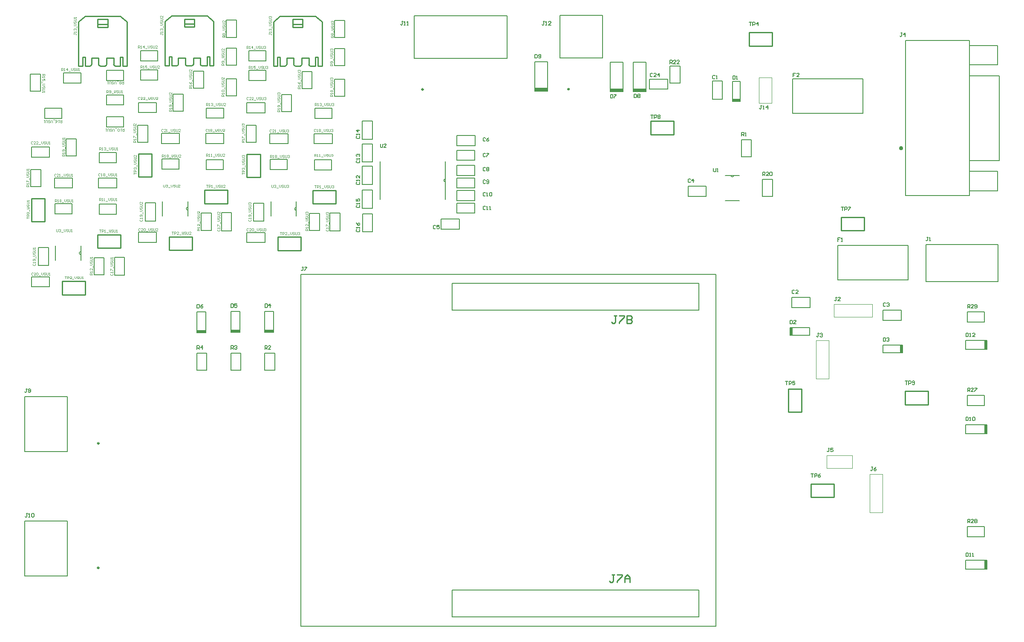
<source format=gto>
G04*
G04 #@! TF.GenerationSoftware,Altium Limited,Altium Designer,19.0.12 (326)*
G04*
G04 Layer_Color=65535*
%FSLAX24Y24*%
%MOIN*%
G70*
G01*
G75*
%ADD10C,0.0060*%
%ADD11C,0.0100*%
%ADD12C,0.0118*%
%ADD13C,0.0157*%
%ADD14C,0.0079*%
%ADD15C,0.0039*%
%ADD16C,0.0050*%
%ADD17C,0.0060*%
%ADD18C,0.0059*%
%ADD19R,0.0200X0.0700*%
%ADD20R,0.1000X0.0250*%
%ADD21R,0.0700X0.0200*%
%ADD22R,0.0200X0.0600*%
%ADD23R,0.0600X0.0200*%
D10*
X21561Y36163D02*
G03*
X21561Y35923I0J-120D01*
G01*
X13082Y36180D02*
G03*
X13082Y35940I0J-120D01*
G01*
X4710Y32699D02*
G03*
X4710Y32459I0J-120D01*
G01*
X33229Y38388D02*
G03*
X33229Y38148I0J-120D01*
G01*
X55549Y38667D02*
G03*
X55789Y38667I120J0D01*
G01*
X21561Y36163D02*
Y36603D01*
Y35923D02*
Y36163D01*
Y35483D02*
Y35923D01*
X19581Y35483D02*
Y36603D01*
X13082Y36180D02*
Y36620D01*
Y35940D02*
Y36180D01*
Y35500D02*
Y35940D01*
X11102Y35500D02*
Y36620D01*
X4710Y32699D02*
Y33139D01*
Y32459D02*
Y32699D01*
Y32019D02*
Y32459D01*
X2730Y32019D02*
Y33139D01*
X33229Y36773D02*
Y39763D01*
X28109Y36773D02*
Y39763D01*
X55109Y38667D02*
X55549D01*
X55789D01*
X56229D01*
X55109Y36687D02*
X56229D01*
D11*
X5433Y47224D02*
G03*
X5551Y47343I0J118D01*
G01*
X6102Y47343D02*
G03*
X6221Y47224I138J19D01*
G01*
X6614Y47224D02*
G03*
X6732Y47343I0J118D01*
G01*
X7283D02*
G03*
X7402Y47224I118J0D01*
G01*
X14063Y47357D02*
G03*
X14181Y47239I118J0D01*
G01*
X13394D02*
G03*
X13512Y47357I0J118D01*
G01*
X12882Y47357D02*
G03*
X13000Y47239I138J19D01*
G01*
X12213Y47239D02*
G03*
X12331Y47357I0J118D01*
G01*
X22541Y47340D02*
G03*
X22659Y47222I118J0D01*
G01*
X21872D02*
G03*
X21990Y47340I0J118D01*
G01*
X21360Y47340D02*
G03*
X21479Y47222I138J19D01*
G01*
X20691Y47222D02*
G03*
X20809Y47340I0J118D01*
G01*
X69179Y21770D02*
X70979D01*
Y20720D02*
Y21770D01*
X69179Y20720D02*
X70979D01*
X69179D02*
Y21770D01*
X49297Y42912D02*
X51097D01*
Y41862D02*
Y42912D01*
X49297Y41862D02*
X51097D01*
X49297D02*
Y42912D01*
X64179Y35393D02*
X65979D01*
Y34343D02*
Y35393D01*
X64179Y34343D02*
X65979D01*
X64179D02*
Y35393D01*
X61817Y14526D02*
X63617D01*
Y13476D02*
Y14526D01*
X61817Y13476D02*
X63617D01*
X61817D02*
Y14526D01*
X60041Y20163D02*
Y21963D01*
X61091D01*
Y20163D02*
Y21963D01*
X60041Y20163D02*
X61091D01*
X56978Y49841D02*
X58778D01*
Y48791D02*
Y49841D01*
X56978Y48791D02*
X58778D01*
X56978D02*
Y49841D01*
X18739Y38529D02*
Y40329D01*
X17689Y38529D02*
X18739D01*
X17689D02*
Y40329D01*
X18739D01*
X10261Y38546D02*
Y40346D01*
X9211Y38546D02*
X10261D01*
X9211D02*
Y40346D01*
X10261D01*
X1889Y35065D02*
Y36865D01*
X839Y35065D02*
X1889D01*
X839D02*
Y36865D01*
X1889D01*
X20104Y33837D02*
X21904D01*
Y32787D02*
Y33837D01*
X20104Y32787D02*
X21904D01*
X20104D02*
Y33837D01*
X11626Y33854D02*
X13426D01*
Y32804D02*
Y33854D01*
X11626Y32804D02*
X13426D01*
X11626D02*
Y33854D01*
X3254Y30373D02*
X5054D01*
Y29323D02*
Y30373D01*
X3254Y29323D02*
X5054D01*
X3254D02*
Y30373D01*
X22860Y36438D02*
X24660D01*
X22860D02*
Y37488D01*
X24660D01*
Y36438D02*
Y37488D01*
X14381Y36455D02*
X16181D01*
X14381D02*
Y37505D01*
X16181D01*
Y36455D02*
Y37505D01*
X6009Y32974D02*
X7809D01*
X6009D02*
Y34024D01*
X7809D01*
Y32974D02*
Y34024D01*
X5551Y47343D02*
Y47854D01*
X6102D01*
Y47343D02*
Y47854D01*
X7283Y47343D02*
Y47854D01*
X6732Y47343D02*
Y47854D01*
X7283D01*
X5039Y47224D02*
Y47933D01*
X4843D02*
X5039D01*
X4843Y47224D02*
Y47933D01*
X7795Y47224D02*
Y47933D01*
X7992D01*
Y47224D02*
Y47933D01*
X6024Y50492D02*
X6811D01*
Y50256D02*
Y50492D01*
Y50886D01*
X6024D02*
X6811D01*
X6024Y50492D02*
Y50886D01*
Y50256D02*
Y50492D01*
Y50256D02*
X6811D01*
X4520Y50689D02*
X5039Y51122D01*
X7795D02*
X8315Y50689D01*
X4520Y47224D02*
X4843D01*
X5039D02*
X5433D01*
X6220D02*
X6614D01*
X7402D02*
X7795D01*
X7992D02*
X8315D01*
Y50689D01*
X5039Y51122D02*
X7795D01*
X4520Y47224D02*
Y50689D01*
X11299Y47239D02*
Y50703D01*
X11819Y51136D02*
X14575D01*
X15094Y47239D02*
Y50703D01*
X14772Y47239D02*
X15094D01*
X14181D02*
X14575D01*
X13000D02*
X13394D01*
X11819D02*
X12213D01*
X11299D02*
X11622D01*
X14575Y51136D02*
X15094Y50703D01*
X11299D02*
X11819Y51136D01*
X12803Y50270D02*
X13591D01*
X12803D02*
Y50506D01*
Y50900D01*
X13591D01*
Y50506D02*
Y50900D01*
Y50270D02*
Y50506D01*
X12803D02*
X13591D01*
X14772Y47239D02*
Y47947D01*
X14575D02*
X14772D01*
X14575Y47239D02*
Y47947D01*
X11622Y47239D02*
Y47947D01*
X11819D01*
Y47239D02*
Y47947D01*
X13512Y47869D02*
X14063D01*
X13512Y47357D02*
Y47869D01*
X14063Y47357D02*
Y47869D01*
X12882Y47357D02*
Y47869D01*
X12331D02*
X12882D01*
X12331Y47357D02*
Y47869D01*
X19778Y47222D02*
Y50686D01*
X20297Y51119D02*
X23053D01*
X23573Y47222D02*
Y50686D01*
X23250Y47222D02*
X23573D01*
X22659D02*
X23053D01*
X21478D02*
X21872D01*
X20297D02*
X20691D01*
X19778D02*
X20100D01*
X23053Y51119D02*
X23573Y50686D01*
X19778D02*
X20297Y51119D01*
X21282Y50253D02*
X22069D01*
X21282D02*
Y50489D01*
Y50883D01*
X22069D01*
Y50489D02*
Y50883D01*
Y50253D02*
Y50489D01*
X21282D02*
X22069D01*
X23250Y47222D02*
Y47930D01*
X23053D02*
X23250D01*
X23053Y47222D02*
Y47930D01*
X20100Y47222D02*
Y47930D01*
X20297D01*
Y47222D02*
Y47930D01*
X21990Y47852D02*
X22541D01*
X21990Y47340D02*
Y47852D01*
X22541Y47340D02*
Y47852D01*
X21360Y47340D02*
Y47852D01*
X20809D02*
X21360D01*
X20809Y47340D02*
Y47852D01*
X46620Y27686D02*
X46420D01*
X46520D01*
Y27187D01*
X46420Y27087D01*
X46320D01*
X46220Y27187D01*
X46820Y27686D02*
X47220D01*
Y27586D01*
X46820Y27187D01*
Y27087D01*
X47420Y27686D02*
Y27087D01*
X47720D01*
X47820Y27187D01*
Y27287D01*
X47720Y27387D01*
X47420D01*
X47720D01*
X47820Y27486D01*
Y27586D01*
X47720Y27686D01*
X47420D01*
X46463Y7411D02*
X46263D01*
X46363D01*
Y6911D01*
X46263Y6811D01*
X46163D01*
X46063Y6911D01*
X46663Y7411D02*
X47063D01*
Y7311D01*
X46663Y6911D01*
Y6811D01*
X47263D02*
Y7211D01*
X47463Y7411D01*
X47662Y7211D01*
Y6811D01*
Y7111D01*
X47263D01*
D12*
X42911Y45419D02*
G03*
X42911Y45419I-55J0D01*
G01*
X31496Y45390D02*
G03*
X31496Y45390I-55J0D01*
G01*
X6130Y7954D02*
G03*
X6130Y7954I-55J0D01*
G01*
Y17698D02*
G03*
X6130Y17698I-55J0D01*
G01*
D13*
X68951Y40788D02*
G03*
X68951Y40788I-79J0D01*
G01*
D14*
X768Y46575D02*
X1555D01*
Y45236D02*
Y46575D01*
X768Y45236D02*
X1555D01*
X768D02*
Y46575D01*
X75394Y27200D02*
Y27987D01*
X74055Y27200D02*
X75394D01*
X74055D02*
Y27987D01*
X75394D01*
Y10394D02*
Y11181D01*
X74055Y10394D02*
X75394D01*
X74055D02*
Y11181D01*
X75394D01*
X74055Y20669D02*
Y21457D01*
X75394D01*
Y20669D02*
Y21457D01*
X74055Y20669D02*
X75394D01*
X50787Y45886D02*
X51575D01*
X50787D02*
Y47224D01*
X51575D01*
Y45886D02*
Y47224D01*
X58032Y37008D02*
X58819D01*
X58032D02*
Y38346D01*
X58819D01*
Y37008D02*
Y38346D01*
X20413Y43661D02*
X21201D01*
X20413D02*
Y45000D01*
X21201D01*
Y43661D02*
Y45000D01*
X11935Y43678D02*
X12722D01*
X11935D02*
Y45017D01*
X12722D01*
Y43678D02*
Y45017D01*
X3563Y40197D02*
X4350D01*
X3563D02*
Y41535D01*
X4350D01*
Y40197D02*
Y41535D01*
X20866Y39134D02*
Y39921D01*
X19528Y39134D02*
X20866D01*
X19528D02*
Y39921D01*
X20866D01*
X12388Y39151D02*
Y39938D01*
X11049Y39151D02*
X12388D01*
X11049D02*
Y39938D01*
X12388D01*
X4016Y35669D02*
Y36457D01*
X2677Y35669D02*
X4016D01*
X2677D02*
Y36457D01*
X4016D01*
X17638Y42579D02*
X18425D01*
Y41240D02*
Y42579D01*
X17638Y41240D02*
X18425D01*
X17638D02*
Y42579D01*
X9159Y42596D02*
X9947D01*
Y41257D02*
Y42596D01*
X9159Y41257D02*
X9947D01*
X9159D02*
Y42596D01*
X787Y39114D02*
X1575D01*
Y37776D02*
Y39114D01*
X787Y37776D02*
X1575D01*
X787D02*
Y39114D01*
X22005Y46791D02*
X22793D01*
Y45453D02*
Y46791D01*
X22005Y45453D02*
X22793D01*
X22005D02*
Y46791D01*
X13527Y46808D02*
X14314D01*
Y45470D02*
Y46808D01*
X13527Y45470D02*
X14314D01*
X13527D02*
Y46808D01*
X1890Y43125D02*
Y43912D01*
X3228D01*
Y43125D02*
Y43912D01*
X1890Y43125D02*
X3228D01*
X17854Y46102D02*
Y46890D01*
X19193D01*
Y46102D02*
Y46890D01*
X17854Y46102D02*
X19193D01*
X9376Y46119D02*
Y46907D01*
X10715D01*
Y46119D02*
Y46907D01*
X9376Y46119D02*
X10715D01*
X19193Y47618D02*
Y48406D01*
X17854Y47618D02*
X19193D01*
X17854D02*
Y48406D01*
X19193D01*
X10715Y47635D02*
Y48422D01*
X9376Y47635D02*
X10715D01*
X9376D02*
Y48422D01*
X10715D01*
X4705Y45886D02*
Y46673D01*
X3366Y45886D02*
X4705D01*
X3366D02*
Y46673D01*
X4705D01*
X23012Y43130D02*
Y43917D01*
X24350D01*
Y43130D02*
Y43917D01*
X23012Y43130D02*
X24350D01*
X14533Y43147D02*
Y43934D01*
X15872D01*
Y43147D02*
Y43934D01*
X14533Y43147D02*
X15872D01*
X6161Y39665D02*
Y40453D01*
X7500D01*
Y39665D02*
Y40453D01*
X6161Y39665D02*
X7500D01*
X22598Y35689D02*
X23386D01*
Y34350D02*
Y35689D01*
X22598Y34350D02*
X23386D01*
X22598D02*
Y35689D01*
X14120Y35706D02*
X14907D01*
Y34367D02*
Y35706D01*
X14120Y34367D02*
X14907D01*
X14120D02*
Y35706D01*
X5748Y32224D02*
X6535D01*
Y30886D02*
Y32224D01*
X5748Y30886D02*
X6535D01*
X5748D02*
Y32224D01*
X24331Y39094D02*
Y39882D01*
X22992Y39094D02*
X24331D01*
X22992D02*
Y39882D01*
X24331D01*
X15852Y39111D02*
Y39899D01*
X14514Y39111D02*
X15852D01*
X14514D02*
Y39899D01*
X15852D01*
X7480Y35630D02*
Y36417D01*
X6142Y35630D02*
X7480D01*
X6142D02*
Y36417D01*
X7480D01*
X24567Y46201D02*
X25354D01*
Y44862D02*
Y46201D01*
X24567Y44862D02*
X25354D01*
X24567D02*
Y46201D01*
X16089Y46218D02*
X16876D01*
Y44879D02*
Y46218D01*
X16089Y44879D02*
X16876D01*
X16089D02*
Y46218D01*
X6713Y42461D02*
Y43248D01*
X8051D01*
Y42461D02*
Y43248D01*
X6713Y42461D02*
X8051D01*
X24567Y48602D02*
X25354D01*
Y47264D02*
Y48602D01*
X24567Y47264D02*
X25354D01*
X24567D02*
Y48602D01*
X16089Y48619D02*
X16876D01*
Y47281D02*
Y48619D01*
X16089Y47281D02*
X16876D01*
X16089D02*
Y48619D01*
X8051Y44173D02*
Y44961D01*
X6713Y44173D02*
X8051D01*
X6713D02*
Y44961D01*
X8051D01*
X24567Y50787D02*
X25354D01*
Y49449D02*
Y50787D01*
X24567Y49449D02*
X25354D01*
X24567D02*
Y50787D01*
X16089Y50804D02*
X16876D01*
Y49466D02*
Y50804D01*
X16089Y49466D02*
X16876D01*
X16089D02*
Y50804D01*
X6713Y46102D02*
Y46890D01*
X8051D01*
Y46102D02*
Y46890D01*
X6713Y46102D02*
X8051D01*
X13780Y24764D02*
X14567D01*
Y23425D02*
Y24764D01*
X13780Y23425D02*
X14567D01*
X13780D02*
Y24764D01*
X16437D02*
X17224D01*
Y23425D02*
Y24764D01*
X16437Y23425D02*
X17224D01*
X16437D02*
Y24764D01*
X19094D02*
X19882D01*
Y23425D02*
Y24764D01*
X19094Y23425D02*
X19882D01*
X19094D02*
Y24764D01*
X56376Y40118D02*
X57163D01*
X56376D02*
Y41457D01*
X57163D01*
Y40118D02*
Y41457D01*
X76446Y32525D02*
Y33250D01*
Y30348D02*
Y31074D01*
X70810Y33250D02*
X76446D01*
Y31074D02*
Y32525D01*
X70810Y30348D02*
X76410D01*
X70810D02*
Y33250D01*
X69404Y30500D02*
Y33200D01*
X63904Y30500D02*
X69404D01*
X63904D02*
Y33200D01*
X69404D01*
X75580Y25044D02*
Y25744D01*
X73930Y25044D02*
X75580D01*
X73930D02*
Y25744D01*
X75580D01*
Y7859D02*
Y8559D01*
X73930Y7859D02*
X75580D01*
X73930D02*
Y8559D01*
X75580D01*
Y18469D02*
Y19169D01*
X73930Y18469D02*
X75580D01*
X73930D02*
Y19169D01*
X75580D01*
X40209Y47546D02*
X41209D01*
Y45246D02*
Y47546D01*
X40209Y45246D02*
Y47546D01*
Y45246D02*
X41209D01*
X47926Y47508D02*
X48926D01*
Y45208D02*
Y47508D01*
X47926Y45208D02*
Y47508D01*
Y45208D02*
X48926D01*
X46114Y47508D02*
X47114D01*
Y45208D02*
Y47508D01*
X46114Y45208D02*
Y47508D01*
Y45208D02*
X47114D01*
X13784Y26344D02*
X14484D01*
X13784D02*
Y27994D01*
X14484D01*
Y26344D02*
Y27994D01*
X16441Y26383D02*
X17141D01*
X16441D02*
Y28033D01*
X17141D01*
Y26383D02*
Y28033D01*
X19099Y26383D02*
X19799D01*
X19099D02*
Y28033D01*
X19799D01*
Y26383D02*
Y28033D01*
X67450Y25379D02*
X69000D01*
Y24779D02*
Y25379D01*
X67450Y24779D02*
X69000D01*
X67450D02*
Y25379D01*
X60174Y26157D02*
X61724D01*
X60174D02*
Y26757D01*
X61724D01*
Y26157D02*
Y26757D01*
X56284Y44465D02*
Y46015D01*
X55684Y44465D02*
X56284D01*
X55684D02*
Y46015D01*
X56284D01*
X49193Y45415D02*
X50610D01*
Y46202D01*
X49193D02*
X50610D01*
X49193Y45415D02*
Y46202D01*
X17697Y44348D02*
X19114D01*
X17697Y43560D02*
Y44348D01*
Y43560D02*
X19114D01*
Y44348D01*
X9218Y44365D02*
X10636D01*
X9218Y43577D02*
Y44365D01*
Y43577D02*
X10636D01*
Y44365D01*
X846Y40883D02*
X2264D01*
X846Y40096D02*
Y40883D01*
Y40096D02*
X2264D01*
Y40883D01*
X19488Y41929D02*
X20906D01*
X19488Y41142D02*
Y41929D01*
Y41142D02*
X20906D01*
Y41929D01*
X11010Y41946D02*
X12427D01*
X11010Y41159D02*
Y41946D01*
Y41159D02*
X12427D01*
Y41946D01*
X2638Y38465D02*
X4055D01*
X2638Y37677D02*
Y38465D01*
Y37677D02*
X4055D01*
Y38465D01*
X17697Y33406D02*
X19114D01*
Y34193D01*
X17697D02*
X19114D01*
X17697Y33406D02*
Y34193D01*
X9218Y33422D02*
X10636D01*
Y34210D01*
X9218D02*
X10636D01*
X9218Y33422D02*
Y34210D01*
X846Y29941D02*
X2264D01*
Y30728D01*
X846D02*
X2264D01*
X846Y29941D02*
Y30728D01*
X18236Y35079D02*
Y36496D01*
Y35079D02*
X19023D01*
Y36496D01*
X18236D02*
X19023D01*
X9757Y35096D02*
Y36513D01*
Y35096D02*
X10545D01*
Y36513D01*
X9757D02*
X10545D01*
X1385Y31614D02*
Y33031D01*
Y31614D02*
X2173D01*
Y33031D01*
X1385D02*
X2173D01*
X22953Y41142D02*
X24370D01*
Y41929D01*
X22953D02*
X24370D01*
X22953Y41142D02*
Y41929D01*
X14474Y41159D02*
X15892D01*
Y41946D01*
X14474D02*
X15892D01*
X14474Y41159D02*
Y41946D01*
X6102Y37677D02*
X7520D01*
Y38465D01*
X6102D02*
X7520D01*
X6102Y37677D02*
Y38465D01*
X24193Y34311D02*
Y35728D01*
Y34311D02*
X24980D01*
Y35728D01*
X24193D02*
X24980D01*
X15715Y34328D02*
Y35745D01*
Y34328D02*
X16502D01*
Y35745D01*
X15715D02*
X16502D01*
X7343Y30846D02*
Y32264D01*
Y30846D02*
X8130D01*
Y32264D01*
X7343D02*
X8130D01*
X27530Y34252D02*
Y35669D01*
X26743D02*
X27530D01*
X26743Y34252D02*
Y35669D01*
Y34252D02*
X27530D01*
X26732Y36102D02*
Y37520D01*
Y36102D02*
X27520D01*
Y37520D01*
X26732D02*
X27520D01*
Y41496D02*
Y42913D01*
X26732D02*
X27520D01*
X26732Y41496D02*
Y42913D01*
Y41496D02*
X27520D01*
X26732Y39705D02*
Y41122D01*
Y39705D02*
X27520D01*
Y41122D01*
X26732D02*
X27520D01*
Y37953D02*
Y39370D01*
X26732D02*
X27520D01*
X26732Y37953D02*
Y39370D01*
Y37953D02*
X27520D01*
X34114Y36496D02*
X35531D01*
X34114Y35709D02*
Y36496D01*
Y35709D02*
X35531D01*
Y36496D01*
X34114Y37480D02*
X35531D01*
X34114Y36693D02*
Y37480D01*
Y36693D02*
X35531D01*
Y37480D01*
X34114Y38465D02*
X35531D01*
X34114Y37677D02*
Y38465D01*
Y37677D02*
X35531D01*
Y38465D01*
X34114Y39449D02*
X35531D01*
X34114Y38661D02*
Y39449D01*
Y38661D02*
X35531D01*
Y39449D01*
X34114Y40630D02*
X35531D01*
X34114Y39843D02*
Y40630D01*
Y39843D02*
X35531D01*
Y40630D01*
X34134Y41772D02*
X35551D01*
X34134Y40984D02*
Y41772D01*
Y40984D02*
X35551D01*
Y41772D01*
X32894Y35236D02*
X34311D01*
X32894Y34449D02*
Y35236D01*
Y34449D02*
X34311D01*
Y35236D01*
X52205Y37033D02*
X53622D01*
Y37821D01*
X52205D02*
X53622D01*
X52205Y37033D02*
Y37821D01*
X67461Y28110D02*
X68878D01*
X67461Y27323D02*
Y28110D01*
Y27323D02*
X68878D01*
Y28110D01*
X60335Y28327D02*
X61752D01*
Y29114D01*
X60335D02*
X61752D01*
X60335Y28327D02*
Y29114D01*
X54902Y44626D02*
Y46043D01*
X54114D02*
X54902D01*
X54114Y44626D02*
Y46043D01*
Y44626D02*
X54902D01*
X60400Y43515D02*
Y46215D01*
X65900D01*
Y43515D02*
Y46215D01*
X60400Y43515D02*
X65900D01*
D15*
X58768Y44303D02*
Y46303D01*
X57768Y44303D02*
X58768D01*
X57768Y45253D02*
Y46303D01*
X58768D01*
X57768Y44303D02*
Y45303D01*
X67429Y14280D02*
Y15280D01*
X66429Y12280D02*
X67429D01*
Y14330D01*
X66429Y15280D02*
X67429D01*
X66429Y12280D02*
Y15280D01*
X63043Y16760D02*
X65043D01*
Y15760D02*
Y16760D01*
X63043Y15760D02*
X64093D01*
X63043D02*
Y16760D01*
X64043Y15760D02*
X65043D01*
X63217Y24752D02*
Y25752D01*
X62217Y22752D02*
X63217D01*
Y24802D01*
X62217Y25752D02*
X63217D01*
X62217Y22752D02*
Y25752D01*
X63618Y28571D02*
X64618D01*
X66618Y27571D02*
Y28571D01*
X64568D02*
X66618D01*
X63618Y27571D02*
Y28571D01*
Y27571D02*
X66618D01*
X1693Y46575D02*
X1890D01*
Y46476D01*
X1857Y46444D01*
X1791D01*
X1759Y46476D01*
Y46575D01*
Y46509D02*
X1693Y46444D01*
Y46378D02*
Y46312D01*
Y46345D01*
X1890D01*
X1857Y46378D01*
X1890Y46083D02*
Y46214D01*
X1791D01*
X1824Y46148D01*
Y46116D01*
X1791Y46083D01*
X1726D01*
X1693Y46116D01*
Y46181D01*
X1726Y46214D01*
X1660Y46017D02*
Y45886D01*
X1890Y45820D02*
X1759D01*
X1693Y45755D01*
X1759Y45689D01*
X1890D01*
X1857Y45492D02*
X1890Y45525D01*
Y45591D01*
X1857Y45624D01*
X1824D01*
X1791Y45591D01*
Y45525D01*
X1759Y45492D01*
X1726D01*
X1693Y45525D01*
Y45591D01*
X1726Y45624D01*
X1890Y45427D02*
X1726D01*
X1693Y45394D01*
Y45328D01*
X1726Y45296D01*
X1890D01*
X1693Y45230D02*
Y45164D01*
Y45197D01*
X1890D01*
X1857Y45230D01*
X3445Y40197D02*
X3248D01*
Y40295D01*
X3281Y40328D01*
X3346D01*
X3379Y40295D01*
Y40197D01*
Y40262D02*
X3445Y40328D01*
Y40394D02*
Y40459D01*
Y40426D01*
X3248D01*
X3281Y40394D01*
X3412Y40558D02*
X3445Y40590D01*
Y40656D01*
X3412Y40689D01*
X3281D01*
X3248Y40656D01*
Y40590D01*
X3281Y40558D01*
X3314D01*
X3346Y40590D01*
Y40689D01*
X3478Y40754D02*
Y40886D01*
X3248Y40951D02*
X3379D01*
X3445Y41017D01*
X3379Y41082D01*
X3248D01*
X3281Y41279D02*
X3248Y41246D01*
Y41181D01*
X3281Y41148D01*
X3314D01*
X3346Y41181D01*
Y41246D01*
X3379Y41279D01*
X3412D01*
X3445Y41246D01*
Y41181D01*
X3412Y41148D01*
X3248Y41345D02*
X3412D01*
X3445Y41378D01*
Y41443D01*
X3412Y41476D01*
X3248D01*
X3445Y41542D02*
Y41607D01*
Y41574D01*
X3248D01*
X3281Y41542D01*
X3189Y46868D02*
Y47064D01*
X3287D01*
X3320Y47032D01*
Y46966D01*
X3287Y46933D01*
X3189D01*
X3255D02*
X3320Y46868D01*
X3386D02*
X3451D01*
X3419D01*
Y47064D01*
X3386Y47032D01*
X3648Y46868D02*
Y47064D01*
X3550Y46966D01*
X3681D01*
X3747Y46835D02*
X3878D01*
X3943Y47064D02*
Y46933D01*
X4009Y46868D01*
X4075Y46933D01*
Y47064D01*
X4271Y47032D02*
X4238Y47064D01*
X4173D01*
X4140Y47032D01*
Y46999D01*
X4173Y46966D01*
X4238D01*
X4271Y46933D01*
Y46900D01*
X4238Y46868D01*
X4173D01*
X4140Y46900D01*
X4337Y47064D02*
Y46900D01*
X4370Y46868D01*
X4435D01*
X4468Y46900D01*
Y47064D01*
X4534Y46868D02*
X4599D01*
X4566D01*
Y47064D01*
X4534Y47032D01*
X6713Y45118D02*
Y45315D01*
X6811D01*
X6844Y45282D01*
Y45216D01*
X6811Y45184D01*
X6713D01*
X6778D02*
X6844Y45118D01*
X6909Y45151D02*
X6942Y45118D01*
X7008D01*
X7041Y45151D01*
Y45282D01*
X7008Y45315D01*
X6942D01*
X6909Y45282D01*
Y45249D01*
X6942Y45216D01*
X7041D01*
X7106Y45085D02*
X7237D01*
X7303Y45315D02*
Y45184D01*
X7369Y45118D01*
X7434Y45184D01*
Y45315D01*
X7631Y45282D02*
X7598Y45315D01*
X7533D01*
X7500Y45282D01*
Y45249D01*
X7533Y45216D01*
X7598D01*
X7631Y45184D01*
Y45151D01*
X7598Y45118D01*
X7533D01*
X7500Y45151D01*
X7697Y45315D02*
Y45151D01*
X7729Y45118D01*
X7795D01*
X7828Y45151D01*
Y45315D01*
X7893Y45118D02*
X7959D01*
X7926D01*
Y45315D01*
X7893Y45282D01*
X8046Y46004D02*
Y45807D01*
X7947D01*
X7915Y45840D01*
Y45906D01*
X7947Y45938D01*
X8046D01*
X7980D02*
X7915Y46004D01*
X7849Y45840D02*
X7816Y45807D01*
X7751D01*
X7718Y45840D01*
Y45873D01*
X7751Y45906D01*
X7718Y45938D01*
Y45971D01*
X7751Y46004D01*
X7816D01*
X7849Y45971D01*
Y45938D01*
X7816Y45906D01*
X7849Y45873D01*
Y45840D01*
X7816Y45906D02*
X7751D01*
X7652Y46037D02*
X7521D01*
X7455Y45807D02*
Y45938D01*
X7390Y46004D01*
X7324Y45938D01*
Y45807D01*
X7127Y45840D02*
X7160Y45807D01*
X7226D01*
X7259Y45840D01*
Y45873D01*
X7226Y45906D01*
X7160D01*
X7127Y45938D01*
Y45971D01*
X7160Y46004D01*
X7226D01*
X7259Y45971D01*
X7062Y45807D02*
Y45971D01*
X7029Y46004D01*
X6963D01*
X6931Y45971D01*
Y45807D01*
X6865Y46004D02*
X6799D01*
X6832D01*
Y45807D01*
X6865Y45840D01*
X17323Y38740D02*
Y38871D01*
Y38806D01*
X17520D01*
Y38937D02*
X17323D01*
Y39035D01*
X17356Y39068D01*
X17421D01*
X17454Y39035D01*
Y38937D01*
X17356Y39134D02*
X17323Y39167D01*
Y39232D01*
X17356Y39265D01*
X17388D01*
X17421Y39232D01*
Y39199D01*
Y39232D01*
X17454Y39265D01*
X17487D01*
X17520Y39232D01*
Y39167D01*
X17487Y39134D01*
X17552Y39331D02*
Y39462D01*
X17323Y39527D02*
X17454D01*
X17520Y39593D01*
X17454Y39658D01*
X17323D01*
X17356Y39855D02*
X17323Y39822D01*
Y39757D01*
X17356Y39724D01*
X17388D01*
X17421Y39757D01*
Y39822D01*
X17454Y39855D01*
X17487D01*
X17520Y39822D01*
Y39757D01*
X17487Y39724D01*
X17323Y39921D02*
X17487D01*
X17520Y39954D01*
Y40019D01*
X17487Y40052D01*
X17323D01*
X17356Y40118D02*
X17323Y40150D01*
Y40216D01*
X17356Y40249D01*
X17388D01*
X17421Y40216D01*
Y40183D01*
Y40216D01*
X17454Y40249D01*
X17487D01*
X17520Y40216D01*
Y40150D01*
X17487Y40118D01*
X17843Y35210D02*
X17811Y35177D01*
Y35112D01*
X17843Y35079D01*
X17975D01*
X18007Y35112D01*
Y35177D01*
X17975Y35210D01*
X18007Y35276D02*
Y35341D01*
Y35308D01*
X17811D01*
X17843Y35276D01*
X17975Y35440D02*
X18007Y35472D01*
Y35538D01*
X17975Y35571D01*
X17843D01*
X17811Y35538D01*
Y35472D01*
X17843Y35440D01*
X17876D01*
X17909Y35472D01*
Y35571D01*
X18040Y35636D02*
Y35767D01*
X17811Y35833D02*
X17942D01*
X18007Y35899D01*
X17942Y35964D01*
X17811D01*
X17843Y36161D02*
X17811Y36128D01*
Y36063D01*
X17843Y36030D01*
X17876D01*
X17909Y36063D01*
Y36128D01*
X17942Y36161D01*
X17975D01*
X18007Y36128D01*
Y36063D01*
X17975Y36030D01*
X17811Y36227D02*
X17975D01*
X18007Y36259D01*
Y36325D01*
X17975Y36358D01*
X17811D01*
X17843Y36423D02*
X17811Y36456D01*
Y36522D01*
X17843Y36555D01*
X17876D01*
X17909Y36522D01*
Y36489D01*
Y36522D01*
X17942Y36555D01*
X17975D01*
X18007Y36522D01*
Y36456D01*
X17975Y36423D01*
X20295Y34232D02*
X20426D01*
X20361D01*
Y34035D01*
X20492D02*
Y34232D01*
X20590D01*
X20623Y34199D01*
Y34134D01*
X20590Y34101D01*
X20492D01*
X20820Y34035D02*
X20689D01*
X20820Y34167D01*
Y34199D01*
X20787Y34232D01*
X20722D01*
X20689Y34199D01*
X20886Y34003D02*
X21017D01*
X21082Y34232D02*
Y34101D01*
X21148Y34035D01*
X21214Y34101D01*
Y34232D01*
X21410Y34199D02*
X21378Y34232D01*
X21312D01*
X21279Y34199D01*
Y34167D01*
X21312Y34134D01*
X21378D01*
X21410Y34101D01*
Y34068D01*
X21378Y34035D01*
X21312D01*
X21279Y34068D01*
X21476Y34232D02*
Y34068D01*
X21509Y34035D01*
X21574D01*
X21607Y34068D01*
Y34232D01*
X21673Y34199D02*
X21706Y34232D01*
X21771D01*
X21804Y34199D01*
Y34167D01*
X21771Y34134D01*
X21738D01*
X21771D01*
X21804Y34101D01*
Y34068D01*
X21771Y34035D01*
X21706D01*
X21673Y34068D01*
X17822Y34475D02*
X17789Y34508D01*
X17724D01*
X17691Y34475D01*
Y34344D01*
X17724Y34311D01*
X17789D01*
X17822Y34344D01*
X18019Y34311D02*
X17888D01*
X18019Y34442D01*
Y34475D01*
X17986Y34508D01*
X17921D01*
X17888Y34475D01*
X18085D02*
X18117Y34508D01*
X18183D01*
X18216Y34475D01*
Y34344D01*
X18183Y34311D01*
X18117D01*
X18085Y34344D01*
Y34475D01*
X18281Y34278D02*
X18412D01*
X18478Y34508D02*
Y34377D01*
X18544Y34311D01*
X18609Y34377D01*
Y34508D01*
X18806Y34475D02*
X18773Y34508D01*
X18708D01*
X18675Y34475D01*
Y34442D01*
X18708Y34409D01*
X18773D01*
X18806Y34377D01*
Y34344D01*
X18773Y34311D01*
X18708D01*
X18675Y34344D01*
X18872Y34508D02*
Y34344D01*
X18904Y34311D01*
X18970D01*
X19003Y34344D01*
Y34508D01*
X19068Y34475D02*
X19101Y34508D01*
X19167D01*
X19200Y34475D01*
Y34442D01*
X19167Y34409D01*
X19134D01*
X19167D01*
X19200Y34377D01*
Y34344D01*
X19167Y34311D01*
X19101D01*
X19068Y34344D01*
X23911Y34442D02*
X23878Y34409D01*
Y34344D01*
X23911Y34311D01*
X24042D01*
X24075Y34344D01*
Y34409D01*
X24042Y34442D01*
X24075Y34508D02*
Y34573D01*
Y34541D01*
X23878D01*
X23911Y34508D01*
X23878Y34672D02*
Y34803D01*
X23911D01*
X24042Y34672D01*
X24075D01*
X24108Y34869D02*
Y35000D01*
X23878Y35065D02*
X24009D01*
X24075Y35131D01*
X24009Y35197D01*
X23878D01*
X23911Y35393D02*
X23878Y35361D01*
Y35295D01*
X23911Y35262D01*
X23944D01*
X23976Y35295D01*
Y35361D01*
X24009Y35393D01*
X24042D01*
X24075Y35361D01*
Y35295D01*
X24042Y35262D01*
X23878Y35459D02*
X24042D01*
X24075Y35492D01*
Y35557D01*
X24042Y35590D01*
X23878D01*
X23911Y35656D02*
X23878Y35689D01*
Y35754D01*
X23911Y35787D01*
X23944D01*
X23976Y35754D01*
Y35721D01*
Y35754D01*
X24009Y35787D01*
X24042D01*
X24075Y35754D01*
Y35689D01*
X24042Y35656D01*
X22480Y34350D02*
X22284D01*
Y34449D01*
X22316Y34482D01*
X22382D01*
X22415Y34449D01*
Y34350D01*
Y34416D02*
X22480Y34482D01*
Y34547D02*
Y34613D01*
Y34580D01*
X22284D01*
X22316Y34547D01*
X22480Y34842D02*
Y34711D01*
X22349Y34842D01*
X22316D01*
X22284Y34810D01*
Y34744D01*
X22316Y34711D01*
X22513Y34908D02*
Y35039D01*
X22284Y35105D02*
X22415D01*
X22480Y35170D01*
X22415Y35236D01*
X22284D01*
X22316Y35433D02*
X22284Y35400D01*
Y35334D01*
X22316Y35302D01*
X22349D01*
X22382Y35334D01*
Y35400D01*
X22415Y35433D01*
X22448D01*
X22480Y35400D01*
Y35334D01*
X22448Y35302D01*
X22284Y35498D02*
X22448D01*
X22480Y35531D01*
Y35597D01*
X22448Y35629D01*
X22284D01*
X22316Y35695D02*
X22284Y35728D01*
Y35793D01*
X22316Y35826D01*
X22349D01*
X22382Y35793D01*
Y35761D01*
Y35793D01*
X22415Y35826D01*
X22448D01*
X22480Y35793D01*
Y35728D01*
X22448Y35695D01*
X19528Y40059D02*
Y40256D01*
X19626D01*
X19659Y40223D01*
Y40157D01*
X19626Y40125D01*
X19528D01*
X19593D02*
X19659Y40059D01*
X19724D02*
X19790D01*
X19757D01*
Y40256D01*
X19724Y40223D01*
X19888D02*
X19921Y40256D01*
X19987D01*
X20020Y40223D01*
Y40190D01*
X19987Y40157D01*
X20020Y40125D01*
Y40092D01*
X19987Y40059D01*
X19921D01*
X19888Y40092D01*
Y40125D01*
X19921Y40157D01*
X19888Y40190D01*
Y40223D01*
X19921Y40157D02*
X19987D01*
X20085Y40026D02*
X20216D01*
X20282Y40256D02*
Y40125D01*
X20347Y40059D01*
X20413Y40125D01*
Y40256D01*
X20610Y40223D02*
X20577Y40256D01*
X20511D01*
X20479Y40223D01*
Y40190D01*
X20511Y40157D01*
X20577D01*
X20610Y40125D01*
Y40092D01*
X20577Y40059D01*
X20511D01*
X20479Y40092D01*
X20675Y40256D02*
Y40092D01*
X20708Y40059D01*
X20774D01*
X20807Y40092D01*
Y40256D01*
X20872Y40223D02*
X20905Y40256D01*
X20971D01*
X21003Y40223D01*
Y40190D01*
X20971Y40157D01*
X20938D01*
X20971D01*
X21003Y40125D01*
Y40092D01*
X20971Y40059D01*
X20905D01*
X20872Y40092D01*
X19619Y42231D02*
X19587Y42264D01*
X19521D01*
X19488Y42231D01*
Y42100D01*
X19521Y42067D01*
X19587D01*
X19619Y42100D01*
X19816Y42067D02*
X19685D01*
X19816Y42198D01*
Y42231D01*
X19783Y42264D01*
X19718D01*
X19685Y42231D01*
X19882Y42067D02*
X19947D01*
X19915D01*
Y42264D01*
X19882Y42231D01*
X20046Y42034D02*
X20177D01*
X20243Y42264D02*
Y42133D01*
X20308Y42067D01*
X20374Y42133D01*
Y42264D01*
X20571Y42231D02*
X20538Y42264D01*
X20472D01*
X20439Y42231D01*
Y42198D01*
X20472Y42165D01*
X20538D01*
X20571Y42133D01*
Y42100D01*
X20538Y42067D01*
X20472D01*
X20439Y42100D01*
X20636Y42264D02*
Y42100D01*
X20669Y42067D01*
X20735D01*
X20767Y42100D01*
Y42264D01*
X20833Y42231D02*
X20866Y42264D01*
X20931D01*
X20964Y42231D01*
Y42198D01*
X20931Y42165D01*
X20898D01*
X20931D01*
X20964Y42133D01*
Y42100D01*
X20931Y42067D01*
X20866D01*
X20833Y42100D01*
X19634Y37918D02*
Y37754D01*
X19667Y37722D01*
X19732D01*
X19765Y37754D01*
Y37918D01*
X19831Y37886D02*
X19863Y37918D01*
X19929D01*
X19962Y37886D01*
Y37853D01*
X19929Y37820D01*
X19896D01*
X19929D01*
X19962Y37787D01*
Y37754D01*
X19929Y37722D01*
X19863D01*
X19831Y37754D01*
X20027Y37689D02*
X20159D01*
X20224Y37918D02*
Y37787D01*
X20290Y37722D01*
X20355Y37787D01*
Y37918D01*
X20552Y37886D02*
X20519Y37918D01*
X20454D01*
X20421Y37886D01*
Y37853D01*
X20454Y37820D01*
X20519D01*
X20552Y37787D01*
Y37754D01*
X20519Y37722D01*
X20454D01*
X20421Y37754D01*
X20618Y37918D02*
Y37754D01*
X20651Y37722D01*
X20716D01*
X20749Y37754D01*
Y37918D01*
X20815Y37886D02*
X20847Y37918D01*
X20913D01*
X20946Y37886D01*
Y37853D01*
X20913Y37820D01*
X20880D01*
X20913D01*
X20946Y37787D01*
Y37754D01*
X20913Y37722D01*
X20847D01*
X20815Y37754D01*
X23001Y37894D02*
X23132D01*
X23067D01*
Y37697D01*
X23198D02*
Y37894D01*
X23296D01*
X23329Y37861D01*
Y37795D01*
X23296Y37762D01*
X23198D01*
X23395Y37697D02*
X23460D01*
X23427D01*
Y37894D01*
X23395Y37861D01*
X23559Y37664D02*
X23690D01*
X23755Y37894D02*
Y37762D01*
X23821Y37697D01*
X23887Y37762D01*
Y37894D01*
X24083Y37861D02*
X24051Y37894D01*
X23985D01*
X23952Y37861D01*
Y37828D01*
X23985Y37795D01*
X24051D01*
X24083Y37762D01*
Y37730D01*
X24051Y37697D01*
X23985D01*
X23952Y37730D01*
X24149Y37894D02*
Y37730D01*
X24182Y37697D01*
X24247D01*
X24280Y37730D01*
Y37894D01*
X24346Y37861D02*
X24379Y37894D01*
X24444D01*
X24477Y37861D01*
Y37828D01*
X24444Y37795D01*
X24411D01*
X24444D01*
X24477Y37762D01*
Y37730D01*
X24444Y37697D01*
X24379D01*
X24346Y37730D01*
X15432Y34459D02*
X15400Y34426D01*
Y34361D01*
X15432Y34328D01*
X15564D01*
X15596Y34361D01*
Y34426D01*
X15564Y34459D01*
X15596Y34525D02*
Y34590D01*
Y34558D01*
X15400D01*
X15432Y34525D01*
X15400Y34689D02*
Y34820D01*
X15432D01*
X15564Y34689D01*
X15596D01*
X15629Y34886D02*
Y35017D01*
X15400Y35082D02*
X15531D01*
X15596Y35148D01*
X15531Y35213D01*
X15400D01*
X15432Y35410D02*
X15400Y35377D01*
Y35312D01*
X15432Y35279D01*
X15465D01*
X15498Y35312D01*
Y35377D01*
X15531Y35410D01*
X15564D01*
X15596Y35377D01*
Y35312D01*
X15564Y35279D01*
X15400Y35476D02*
X15564D01*
X15596Y35509D01*
Y35574D01*
X15564Y35607D01*
X15400D01*
X15596Y35804D02*
Y35673D01*
X15465Y35804D01*
X15432D01*
X15400Y35771D01*
Y35705D01*
X15432Y35673D01*
X14002Y34367D02*
X13805D01*
Y34466D01*
X13838Y34499D01*
X13904D01*
X13936Y34466D01*
Y34367D01*
Y34433D02*
X14002Y34499D01*
Y34564D02*
Y34630D01*
Y34597D01*
X13805D01*
X13838Y34564D01*
X14002Y34859D02*
Y34728D01*
X13871Y34859D01*
X13838D01*
X13805Y34826D01*
Y34761D01*
X13838Y34728D01*
X14035Y34925D02*
Y35056D01*
X13805Y35122D02*
X13936D01*
X14002Y35187D01*
X13936Y35253D01*
X13805D01*
X13838Y35450D02*
X13805Y35417D01*
Y35351D01*
X13838Y35318D01*
X13871D01*
X13904Y35351D01*
Y35417D01*
X13936Y35450D01*
X13969D01*
X14002Y35417D01*
Y35351D01*
X13969Y35318D01*
X13805Y35515D02*
X13969D01*
X14002Y35548D01*
Y35614D01*
X13969Y35646D01*
X13805D01*
X14002Y35843D02*
Y35712D01*
X13871Y35843D01*
X13838D01*
X13805Y35810D01*
Y35745D01*
X13838Y35712D01*
X11817Y34249D02*
X11948D01*
X11882D01*
Y34052D01*
X12014D02*
Y34249D01*
X12112D01*
X12145Y34216D01*
Y34151D01*
X12112Y34118D01*
X12014D01*
X12342Y34052D02*
X12210D01*
X12342Y34184D01*
Y34216D01*
X12309Y34249D01*
X12243D01*
X12210Y34216D01*
X12407Y34020D02*
X12538D01*
X12604Y34249D02*
Y34118D01*
X12670Y34052D01*
X12735Y34118D01*
Y34249D01*
X12932Y34216D02*
X12899Y34249D01*
X12834D01*
X12801Y34216D01*
Y34184D01*
X12834Y34151D01*
X12899D01*
X12932Y34118D01*
Y34085D01*
X12899Y34052D01*
X12834D01*
X12801Y34085D01*
X12998Y34249D02*
Y34085D01*
X13030Y34052D01*
X13096D01*
X13129Y34085D01*
Y34249D01*
X13326Y34052D02*
X13194D01*
X13326Y34184D01*
Y34216D01*
X13293Y34249D01*
X13227D01*
X13194Y34216D01*
X9344Y34492D02*
X9311Y34525D01*
X9245D01*
X9213Y34492D01*
Y34361D01*
X9245Y34328D01*
X9311D01*
X9344Y34361D01*
X9541Y34328D02*
X9409D01*
X9541Y34459D01*
Y34492D01*
X9508Y34525D01*
X9442D01*
X9409Y34492D01*
X9606D02*
X9639Y34525D01*
X9705D01*
X9737Y34492D01*
Y34361D01*
X9705Y34328D01*
X9639D01*
X9606Y34361D01*
Y34492D01*
X9803Y34295D02*
X9934D01*
X10000Y34525D02*
Y34394D01*
X10065Y34328D01*
X10131Y34394D01*
Y34525D01*
X10328Y34492D02*
X10295Y34525D01*
X10229D01*
X10196Y34492D01*
Y34459D01*
X10229Y34426D01*
X10295D01*
X10328Y34394D01*
Y34361D01*
X10295Y34328D01*
X10229D01*
X10196Y34361D01*
X10393Y34525D02*
Y34361D01*
X10426Y34328D01*
X10492D01*
X10524Y34361D01*
Y34525D01*
X10721Y34328D02*
X10590D01*
X10721Y34459D01*
Y34492D01*
X10688Y34525D01*
X10623D01*
X10590Y34492D01*
X9365Y35227D02*
X9332Y35194D01*
Y35128D01*
X9365Y35096D01*
X9496D01*
X9529Y35128D01*
Y35194D01*
X9496Y35227D01*
X9529Y35292D02*
Y35358D01*
Y35325D01*
X9332D01*
X9365Y35292D01*
X9496Y35456D02*
X9529Y35489D01*
Y35555D01*
X9496Y35588D01*
X9365D01*
X9332Y35555D01*
Y35489D01*
X9365Y35456D01*
X9398D01*
X9431Y35489D01*
Y35588D01*
X9562Y35653D02*
Y35784D01*
X9332Y35850D02*
X9463D01*
X9529Y35916D01*
X9463Y35981D01*
X9332D01*
X9365Y36178D02*
X9332Y36145D01*
Y36080D01*
X9365Y36047D01*
X9398D01*
X9431Y36080D01*
Y36145D01*
X9463Y36178D01*
X9496D01*
X9529Y36145D01*
Y36080D01*
X9496Y36047D01*
X9332Y36244D02*
X9496D01*
X9529Y36276D01*
Y36342D01*
X9496Y36375D01*
X9332D01*
X9529Y36572D02*
Y36440D01*
X9398Y36572D01*
X9365D01*
X9332Y36539D01*
Y36473D01*
X9365Y36440D01*
X11155Y37935D02*
Y37771D01*
X11188Y37739D01*
X11254D01*
X11287Y37771D01*
Y37935D01*
X11352Y37903D02*
X11385Y37935D01*
X11451D01*
X11483Y37903D01*
Y37870D01*
X11451Y37837D01*
X11418D01*
X11451D01*
X11483Y37804D01*
Y37771D01*
X11451Y37739D01*
X11385D01*
X11352Y37771D01*
X11549Y37706D02*
X11680D01*
X11746Y37935D02*
Y37804D01*
X11811Y37739D01*
X11877Y37804D01*
Y37935D01*
X12074Y37903D02*
X12041Y37935D01*
X11975D01*
X11943Y37903D01*
Y37870D01*
X11975Y37837D01*
X12041D01*
X12074Y37804D01*
Y37771D01*
X12041Y37739D01*
X11975D01*
X11943Y37771D01*
X12139Y37935D02*
Y37771D01*
X12172Y37739D01*
X12238D01*
X12271Y37771D01*
Y37935D01*
X12467Y37739D02*
X12336D01*
X12467Y37870D01*
Y37903D01*
X12435Y37935D01*
X12369D01*
X12336Y37903D01*
X9199Y48617D02*
Y48814D01*
X9297D01*
X9330Y48781D01*
Y48715D01*
X9297Y48682D01*
X9199D01*
X9264D02*
X9330Y48617D01*
X9396D02*
X9461D01*
X9428D01*
Y48814D01*
X9396Y48781D01*
X9658Y48617D02*
Y48814D01*
X9560Y48715D01*
X9691D01*
X9756Y48584D02*
X9888D01*
X9953Y48814D02*
Y48682D01*
X10019Y48617D01*
X10084Y48682D01*
Y48814D01*
X10281Y48781D02*
X10248Y48814D01*
X10183D01*
X10150Y48781D01*
Y48748D01*
X10183Y48715D01*
X10248D01*
X10281Y48682D01*
Y48650D01*
X10248Y48617D01*
X10183D01*
X10150Y48650D01*
X10347Y48814D02*
Y48650D01*
X10380Y48617D01*
X10445D01*
X10478Y48650D01*
Y48814D01*
X10675Y48617D02*
X10543D01*
X10675Y48748D01*
Y48781D01*
X10642Y48814D01*
X10576D01*
X10543Y48781D01*
X14514Y40155D02*
Y40352D01*
X14612D01*
X14645Y40319D01*
Y40253D01*
X14612Y40220D01*
X14514D01*
X14579D02*
X14645Y40155D01*
X14711D02*
X14776D01*
X14743D01*
Y40352D01*
X14711Y40319D01*
X14875Y40155D02*
X14940D01*
X14907D01*
Y40352D01*
X14875Y40319D01*
X15039Y40122D02*
X15170D01*
X15235Y40352D02*
Y40220D01*
X15301Y40155D01*
X15366Y40220D01*
Y40352D01*
X15563Y40319D02*
X15530Y40352D01*
X15465D01*
X15432Y40319D01*
Y40286D01*
X15465Y40253D01*
X15530D01*
X15563Y40220D01*
Y40188D01*
X15530Y40155D01*
X15465D01*
X15432Y40188D01*
X15629Y40352D02*
Y40188D01*
X15662Y40155D01*
X15727D01*
X15760Y40188D01*
Y40352D01*
X15957Y40155D02*
X15826D01*
X15957Y40286D01*
Y40319D01*
X15924Y40352D01*
X15858D01*
X15826Y40319D01*
X24409Y44843D02*
X24213D01*
Y44941D01*
X24245Y44974D01*
X24311D01*
X24344Y44941D01*
Y44843D01*
Y44908D02*
X24409Y44974D01*
Y45039D02*
Y45105D01*
Y45072D01*
X24213D01*
X24245Y45039D01*
Y45203D02*
X24213Y45236D01*
Y45302D01*
X24245Y45334D01*
X24377D01*
X24409Y45302D01*
Y45236D01*
X24377Y45203D01*
X24245D01*
X24442Y45400D02*
Y45531D01*
X24213Y45597D02*
X24344D01*
X24409Y45662D01*
X24344Y45728D01*
X24213D01*
X24245Y45925D02*
X24213Y45892D01*
Y45826D01*
X24245Y45794D01*
X24278D01*
X24311Y45826D01*
Y45892D01*
X24344Y45925D01*
X24377D01*
X24409Y45892D01*
Y45826D01*
X24377Y45794D01*
X24213Y45990D02*
X24377D01*
X24409Y46023D01*
Y46089D01*
X24377Y46122D01*
X24213D01*
X24245Y46187D02*
X24213Y46220D01*
Y46286D01*
X24245Y46318D01*
X24278D01*
X24311Y46286D01*
Y46253D01*
Y46286D01*
X24344Y46318D01*
X24377D01*
X24409Y46286D01*
Y46220D01*
X24377Y46187D01*
X9022Y41257D02*
X8825D01*
Y41355D01*
X8858Y41388D01*
X8923D01*
X8956Y41355D01*
Y41257D01*
Y41323D02*
X9022Y41388D01*
Y41454D02*
Y41519D01*
Y41487D01*
X8825D01*
X8858Y41454D01*
X8825Y41618D02*
Y41749D01*
X8858D01*
X8989Y41618D01*
X9022D01*
X9054Y41815D02*
Y41946D01*
X8825Y42011D02*
X8956D01*
X9022Y42077D01*
X8956Y42143D01*
X8825D01*
X8858Y42339D02*
X8825Y42307D01*
Y42241D01*
X8858Y42208D01*
X8890D01*
X8923Y42241D01*
Y42307D01*
X8956Y42339D01*
X8989D01*
X9022Y42307D01*
Y42241D01*
X8989Y42208D01*
X8825Y42405D02*
X8989D01*
X9022Y42438D01*
Y42503D01*
X8989Y42536D01*
X8825D01*
X9022Y42733D02*
Y42602D01*
X8890Y42733D01*
X8858D01*
X8825Y42700D01*
Y42635D01*
X8858Y42602D01*
X9376Y47044D02*
Y47241D01*
X9474D01*
X9507Y47208D01*
Y47143D01*
X9474Y47110D01*
X9376D01*
X9442D02*
X9507Y47044D01*
X9573D02*
X9638D01*
X9606D01*
Y47241D01*
X9573Y47208D01*
X9868Y47241D02*
X9737D01*
Y47143D01*
X9802Y47176D01*
X9835D01*
X9868Y47143D01*
Y47077D01*
X9835Y47044D01*
X9770D01*
X9737Y47077D01*
X9934Y47012D02*
X10065D01*
X10130Y47241D02*
Y47110D01*
X10196Y47044D01*
X10261Y47110D01*
Y47241D01*
X10458Y47208D02*
X10425Y47241D01*
X10360D01*
X10327Y47208D01*
Y47176D01*
X10360Y47143D01*
X10425D01*
X10458Y47110D01*
Y47077D01*
X10425Y47044D01*
X10360D01*
X10327Y47077D01*
X10524Y47241D02*
Y47077D01*
X10557Y47044D01*
X10622D01*
X10655Y47077D01*
Y47241D01*
X10852Y47044D02*
X10721D01*
X10852Y47176D01*
Y47208D01*
X10819Y47241D01*
X10753D01*
X10721Y47208D01*
X15931Y44859D02*
X15734D01*
Y44958D01*
X15767Y44991D01*
X15833D01*
X15865Y44958D01*
Y44859D01*
Y44925D02*
X15931Y44991D01*
Y45056D02*
Y45122D01*
Y45089D01*
X15734D01*
X15767Y45056D01*
Y45220D02*
X15734Y45253D01*
Y45319D01*
X15767Y45351D01*
X15898D01*
X15931Y45319D01*
Y45253D01*
X15898Y45220D01*
X15767D01*
X15964Y45417D02*
Y45548D01*
X15734Y45614D02*
X15865D01*
X15931Y45679D01*
X15865Y45745D01*
X15734D01*
X15767Y45942D02*
X15734Y45909D01*
Y45843D01*
X15767Y45811D01*
X15800D01*
X15833Y45843D01*
Y45909D01*
X15865Y45942D01*
X15898D01*
X15931Y45909D01*
Y45843D01*
X15898Y45811D01*
X15734Y46007D02*
X15898D01*
X15931Y46040D01*
Y46106D01*
X15898Y46139D01*
X15734D01*
X15931Y46335D02*
Y46204D01*
X15800Y46335D01*
X15767D01*
X15734Y46303D01*
Y46237D01*
X15767Y46204D01*
X13392Y45470D02*
X13195D01*
Y45568D01*
X13228Y45601D01*
X13293D01*
X13326Y45568D01*
Y45470D01*
Y45535D02*
X13392Y45601D01*
Y45666D02*
Y45732D01*
Y45699D01*
X13195D01*
X13228Y45666D01*
X13195Y45962D02*
X13228Y45896D01*
X13293Y45830D01*
X13359D01*
X13392Y45863D01*
Y45929D01*
X13359Y45962D01*
X13326D01*
X13293Y45929D01*
Y45830D01*
X13424Y46027D02*
Y46158D01*
X13195Y46224D02*
X13326D01*
X13392Y46290D01*
X13326Y46355D01*
X13195D01*
X13228Y46552D02*
X13195Y46519D01*
Y46454D01*
X13228Y46421D01*
X13261D01*
X13293Y46454D01*
Y46519D01*
X13326Y46552D01*
X13359D01*
X13392Y46519D01*
Y46454D01*
X13359Y46421D01*
X13195Y46618D02*
X13359D01*
X13392Y46650D01*
Y46716D01*
X13359Y46749D01*
X13195D01*
X13392Y46946D02*
Y46814D01*
X13261Y46946D01*
X13228D01*
X13195Y46913D01*
Y46847D01*
X13228Y46814D01*
X23012Y44114D02*
Y44311D01*
X23110D01*
X23143Y44278D01*
Y44213D01*
X23110Y44180D01*
X23012D01*
X23077D02*
X23143Y44114D01*
X23209D02*
X23274D01*
X23241D01*
Y44311D01*
X23209Y44278D01*
X23373D02*
X23405Y44311D01*
X23471D01*
X23504Y44278D01*
Y44245D01*
X23471Y44213D01*
X23438D01*
X23471D01*
X23504Y44180D01*
Y44147D01*
X23471Y44114D01*
X23405D01*
X23373Y44147D01*
X23569Y44081D02*
X23701D01*
X23766Y44311D02*
Y44180D01*
X23832Y44114D01*
X23897Y44180D01*
Y44311D01*
X24094Y44278D02*
X24061Y44311D01*
X23996D01*
X23963Y44278D01*
Y44245D01*
X23996Y44213D01*
X24061D01*
X24094Y44180D01*
Y44147D01*
X24061Y44114D01*
X23996D01*
X23963Y44147D01*
X24160Y44311D02*
Y44147D01*
X24193Y44114D01*
X24258D01*
X24291Y44147D01*
Y44311D01*
X24357Y44278D02*
X24389Y44311D01*
X24455D01*
X24488Y44278D01*
Y44245D01*
X24455Y44213D01*
X24422D01*
X24455D01*
X24488Y44180D01*
Y44147D01*
X24455Y44114D01*
X24389D01*
X24357Y44147D01*
X24469Y49454D02*
X24272D01*
Y49553D01*
X24305Y49585D01*
X24370D01*
X24403Y49553D01*
Y49454D01*
Y49520D02*
X24469Y49585D01*
X24305Y49651D02*
X24272Y49684D01*
Y49749D01*
X24305Y49782D01*
X24337D01*
X24370Y49749D01*
X24403Y49782D01*
X24436D01*
X24469Y49749D01*
Y49684D01*
X24436Y49651D01*
X24403D01*
X24370Y49684D01*
X24337Y49651D01*
X24305D01*
X24370Y49684D02*
Y49749D01*
X24501Y49848D02*
Y49979D01*
X24272Y50045D02*
X24403D01*
X24469Y50110D01*
X24403Y50176D01*
X24272D01*
X24305Y50373D02*
X24272Y50340D01*
Y50274D01*
X24305Y50241D01*
X24337D01*
X24370Y50274D01*
Y50340D01*
X24403Y50373D01*
X24436D01*
X24469Y50340D01*
Y50274D01*
X24436Y50241D01*
X24272Y50438D02*
X24436D01*
X24469Y50471D01*
Y50537D01*
X24436Y50569D01*
X24272D01*
X24305Y50635D02*
X24272Y50668D01*
Y50733D01*
X24305Y50766D01*
X24337D01*
X24370Y50733D01*
Y50701D01*
Y50733D01*
X24403Y50766D01*
X24436D01*
X24469Y50733D01*
Y50668D01*
X24436Y50635D01*
X21870Y45453D02*
X21673D01*
Y45551D01*
X21706Y45584D01*
X21772D01*
X21804Y45551D01*
Y45453D01*
Y45518D02*
X21870Y45584D01*
Y45650D02*
Y45715D01*
Y45682D01*
X21673D01*
X21706Y45650D01*
X21673Y45945D02*
X21706Y45879D01*
X21772Y45814D01*
X21837D01*
X21870Y45846D01*
Y45912D01*
X21837Y45945D01*
X21804D01*
X21772Y45912D01*
Y45814D01*
X21903Y46010D02*
Y46142D01*
X21673Y46207D02*
X21804D01*
X21870Y46273D01*
X21804Y46338D01*
X21673D01*
X21706Y46535D02*
X21673Y46502D01*
Y46437D01*
X21706Y46404D01*
X21739D01*
X21772Y46437D01*
Y46502D01*
X21804Y46535D01*
X21837D01*
X21870Y46502D01*
Y46437D01*
X21837Y46404D01*
X21673Y46601D02*
X21837D01*
X21870Y46633D01*
Y46699D01*
X21837Y46732D01*
X21673D01*
X21706Y46797D02*
X21673Y46830D01*
Y46896D01*
X21706Y46929D01*
X21739D01*
X21772Y46896D01*
Y46863D01*
Y46896D01*
X21804Y46929D01*
X21837D01*
X21870Y46896D01*
Y46830D01*
X21837Y46797D01*
X24409Y47264D02*
X24213D01*
Y47362D01*
X24245Y47395D01*
X24311D01*
X24344Y47362D01*
Y47264D01*
Y47329D02*
X24409Y47395D01*
X24377Y47461D02*
X24409Y47493D01*
Y47559D01*
X24377Y47592D01*
X24245D01*
X24213Y47559D01*
Y47493D01*
X24245Y47461D01*
X24278D01*
X24311Y47493D01*
Y47592D01*
X24442Y47657D02*
Y47789D01*
X24213Y47854D02*
X24344D01*
X24409Y47920D01*
X24344Y47985D01*
X24213D01*
X24245Y48182D02*
X24213Y48149D01*
Y48084D01*
X24245Y48051D01*
X24278D01*
X24311Y48084D01*
Y48149D01*
X24344Y48182D01*
X24377D01*
X24409Y48149D01*
Y48084D01*
X24377Y48051D01*
X24213Y48248D02*
X24377D01*
X24409Y48281D01*
Y48346D01*
X24377Y48379D01*
X24213D01*
X24245Y48444D02*
X24213Y48477D01*
Y48543D01*
X24245Y48576D01*
X24278D01*
X24311Y48543D01*
Y48510D01*
Y48543D01*
X24344Y48576D01*
X24377D01*
X24409Y48543D01*
Y48477D01*
X24377Y48444D01*
X17854Y47028D02*
Y47224D01*
X17953D01*
X17986Y47192D01*
Y47126D01*
X17953Y47093D01*
X17854D01*
X17920D02*
X17986Y47028D01*
X18051D02*
X18117D01*
X18084D01*
Y47224D01*
X18051Y47192D01*
X18346Y47224D02*
X18215D01*
Y47126D01*
X18281Y47159D01*
X18313D01*
X18346Y47126D01*
Y47060D01*
X18313Y47028D01*
X18248D01*
X18215Y47060D01*
X18412Y46995D02*
X18543D01*
X18609Y47224D02*
Y47093D01*
X18674Y47028D01*
X18740Y47093D01*
Y47224D01*
X18937Y47192D02*
X18904Y47224D01*
X18838D01*
X18805Y47192D01*
Y47159D01*
X18838Y47126D01*
X18904D01*
X18937Y47093D01*
Y47060D01*
X18904Y47028D01*
X18838D01*
X18805Y47060D01*
X19002Y47224D02*
Y47060D01*
X19035Y47028D01*
X19101D01*
X19133Y47060D01*
Y47224D01*
X19199Y47192D02*
X19232Y47224D01*
X19297D01*
X19330Y47192D01*
Y47159D01*
X19297Y47126D01*
X19265D01*
X19297D01*
X19330Y47093D01*
Y47060D01*
X19297Y47028D01*
X19232D01*
X19199Y47060D01*
X17677Y48600D02*
Y48797D01*
X17776D01*
X17808Y48764D01*
Y48698D01*
X17776Y48665D01*
X17677D01*
X17743D02*
X17808Y48600D01*
X17874D02*
X17940D01*
X17907D01*
Y48797D01*
X17874Y48764D01*
X18136Y48600D02*
Y48797D01*
X18038Y48698D01*
X18169D01*
X18235Y48567D02*
X18366D01*
X18432Y48797D02*
Y48665D01*
X18497Y48600D01*
X18563Y48665D01*
Y48797D01*
X18759Y48764D02*
X18727Y48797D01*
X18661D01*
X18628Y48764D01*
Y48731D01*
X18661Y48698D01*
X18727D01*
X18759Y48665D01*
Y48633D01*
X18727Y48600D01*
X18661D01*
X18628Y48633D01*
X18825Y48797D02*
Y48633D01*
X18858Y48600D01*
X18923D01*
X18956Y48633D01*
Y48797D01*
X19022Y48764D02*
X19055Y48797D01*
X19120D01*
X19153Y48764D01*
Y48731D01*
X19120Y48698D01*
X19087D01*
X19120D01*
X19153Y48665D01*
Y48633D01*
X19120Y48600D01*
X19055D01*
X19022Y48633D01*
X17500Y41240D02*
X17303D01*
Y41339D01*
X17336Y41371D01*
X17402D01*
X17434Y41339D01*
Y41240D01*
Y41306D02*
X17500Y41371D01*
Y41437D02*
Y41503D01*
Y41470D01*
X17303D01*
X17336Y41437D01*
X17303Y41601D02*
Y41732D01*
X17336D01*
X17467Y41601D01*
X17500D01*
X17533Y41798D02*
Y41929D01*
X17303Y41995D02*
X17434D01*
X17500Y42060D01*
X17434Y42126D01*
X17303D01*
X17336Y42322D02*
X17303Y42290D01*
Y42224D01*
X17336Y42191D01*
X17369D01*
X17402Y42224D01*
Y42290D01*
X17434Y42322D01*
X17467D01*
X17500Y42290D01*
Y42224D01*
X17467Y42191D01*
X17303Y42388D02*
X17467D01*
X17500Y42421D01*
Y42486D01*
X17467Y42519D01*
X17303D01*
X17336Y42585D02*
X17303Y42618D01*
Y42683D01*
X17336Y42716D01*
X17369D01*
X17402Y42683D01*
Y42650D01*
Y42683D01*
X17434Y42716D01*
X17467D01*
X17500Y42683D01*
Y42618D01*
X17467Y42585D01*
X15990Y49471D02*
X15793D01*
Y49570D01*
X15826Y49602D01*
X15892D01*
X15925Y49570D01*
Y49471D01*
Y49537D02*
X15990Y49602D01*
X15826Y49668D02*
X15793Y49701D01*
Y49766D01*
X15826Y49799D01*
X15859D01*
X15892Y49766D01*
X15925Y49799D01*
X15957D01*
X15990Y49766D01*
Y49701D01*
X15957Y49668D01*
X15925D01*
X15892Y49701D01*
X15859Y49668D01*
X15826D01*
X15892Y49701D02*
Y49766D01*
X16023Y49865D02*
Y49996D01*
X15793Y50062D02*
X15925D01*
X15990Y50127D01*
X15925Y50193D01*
X15793D01*
X15826Y50390D02*
X15793Y50357D01*
Y50291D01*
X15826Y50258D01*
X15859D01*
X15892Y50291D01*
Y50357D01*
X15925Y50390D01*
X15957D01*
X15990Y50357D01*
Y50291D01*
X15957Y50258D01*
X15793Y50455D02*
X15957D01*
X15990Y50488D01*
Y50554D01*
X15957Y50586D01*
X15793D01*
X15990Y50783D02*
Y50652D01*
X15859Y50783D01*
X15826D01*
X15793Y50750D01*
Y50685D01*
X15826Y50652D01*
X15931Y47281D02*
X15734D01*
Y47379D01*
X15767Y47412D01*
X15833D01*
X15865Y47379D01*
Y47281D01*
Y47346D02*
X15931Y47412D01*
X15898Y47477D02*
X15931Y47510D01*
Y47576D01*
X15898Y47609D01*
X15767D01*
X15734Y47576D01*
Y47510D01*
X15767Y47477D01*
X15800D01*
X15833Y47510D01*
Y47609D01*
X15964Y47674D02*
Y47805D01*
X15734Y47871D02*
X15865D01*
X15931Y47937D01*
X15865Y48002D01*
X15734D01*
X15767Y48199D02*
X15734Y48166D01*
Y48101D01*
X15767Y48068D01*
X15800D01*
X15833Y48101D01*
Y48166D01*
X15865Y48199D01*
X15898D01*
X15931Y48166D01*
Y48101D01*
X15898Y48068D01*
X15734Y48265D02*
X15898D01*
X15931Y48297D01*
Y48363D01*
X15898Y48396D01*
X15734D01*
X15931Y48593D02*
Y48461D01*
X15800Y48593D01*
X15767D01*
X15734Y48560D01*
Y48494D01*
X15767Y48461D01*
X14533Y44131D02*
Y44328D01*
X14632D01*
X14665Y44295D01*
Y44229D01*
X14632Y44197D01*
X14533D01*
X14599D02*
X14665Y44131D01*
X14730D02*
X14796D01*
X14763D01*
Y44328D01*
X14730Y44295D01*
X14894D02*
X14927Y44328D01*
X14993D01*
X15025Y44295D01*
Y44262D01*
X14993Y44229D01*
X14960D01*
X14993D01*
X15025Y44197D01*
Y44164D01*
X14993Y44131D01*
X14927D01*
X14894Y44164D01*
X15091Y44098D02*
X15222D01*
X15288Y44328D02*
Y44197D01*
X15353Y44131D01*
X15419Y44197D01*
Y44328D01*
X15616Y44295D02*
X15583Y44328D01*
X15517D01*
X15485Y44295D01*
Y44262D01*
X15517Y44229D01*
X15583D01*
X15616Y44197D01*
Y44164D01*
X15583Y44131D01*
X15517D01*
X15485Y44164D01*
X15681Y44328D02*
Y44164D01*
X15714Y44131D01*
X15780D01*
X15813Y44164D01*
Y44328D01*
X16009Y44131D02*
X15878D01*
X16009Y44262D01*
Y44295D01*
X15977Y44328D01*
X15911D01*
X15878Y44295D01*
X11141Y42248D02*
X11108Y42281D01*
X11043D01*
X11010Y42248D01*
Y42117D01*
X11043Y42084D01*
X11108D01*
X11141Y42117D01*
X11338Y42084D02*
X11207D01*
X11338Y42215D01*
Y42248D01*
X11305Y42281D01*
X11239D01*
X11207Y42248D01*
X11403Y42084D02*
X11469D01*
X11436D01*
Y42281D01*
X11403Y42248D01*
X11567Y42051D02*
X11699D01*
X11764Y42281D02*
Y42149D01*
X11830Y42084D01*
X11895Y42149D01*
Y42281D01*
X12092Y42248D02*
X12059Y42281D01*
X11994D01*
X11961Y42248D01*
Y42215D01*
X11994Y42182D01*
X12059D01*
X12092Y42149D01*
Y42117D01*
X12059Y42084D01*
X11994D01*
X11961Y42117D01*
X12158Y42281D02*
Y42117D01*
X12191Y42084D01*
X12256D01*
X12289Y42117D01*
Y42281D01*
X12486Y42084D02*
X12355D01*
X12486Y42215D01*
Y42248D01*
X12453Y42281D01*
X12387D01*
X12355Y42248D01*
X11049Y40076D02*
Y40273D01*
X11148D01*
X11180Y40240D01*
Y40174D01*
X11148Y40142D01*
X11049D01*
X11115D02*
X11180Y40076D01*
X11246D02*
X11312D01*
X11279D01*
Y40273D01*
X11246Y40240D01*
X11410D02*
X11443Y40273D01*
X11508D01*
X11541Y40240D01*
Y40207D01*
X11508Y40174D01*
X11541Y40142D01*
Y40109D01*
X11508Y40076D01*
X11443D01*
X11410Y40109D01*
Y40142D01*
X11443Y40174D01*
X11410Y40207D01*
Y40240D01*
X11443Y40174D02*
X11508D01*
X11607Y40043D02*
X11738D01*
X11804Y40273D02*
Y40142D01*
X11869Y40076D01*
X11935Y40142D01*
Y40273D01*
X12132Y40240D02*
X12099Y40273D01*
X12033D01*
X12000Y40240D01*
Y40207D01*
X12033Y40174D01*
X12099D01*
X12132Y40142D01*
Y40109D01*
X12099Y40076D01*
X12033D01*
X12000Y40109D01*
X12197Y40273D02*
Y40109D01*
X12230Y40076D01*
X12295D01*
X12328Y40109D01*
Y40273D01*
X12525Y40076D02*
X12394D01*
X12525Y40207D01*
Y40240D01*
X12492Y40273D01*
X12427D01*
X12394Y40240D01*
X8845Y38757D02*
Y38888D01*
Y38823D01*
X9041D01*
Y38954D02*
X8845D01*
Y39052D01*
X8877Y39085D01*
X8943D01*
X8976Y39052D01*
Y38954D01*
X8877Y39151D02*
X8845Y39183D01*
Y39249D01*
X8877Y39282D01*
X8910D01*
X8943Y39249D01*
Y39216D01*
Y39249D01*
X8976Y39282D01*
X9008D01*
X9041Y39249D01*
Y39183D01*
X9008Y39151D01*
X9074Y39347D02*
Y39479D01*
X8845Y39544D02*
X8976D01*
X9041Y39610D01*
X8976Y39675D01*
X8845D01*
X8877Y39872D02*
X8845Y39839D01*
Y39774D01*
X8877Y39741D01*
X8910D01*
X8943Y39774D01*
Y39839D01*
X8976Y39872D01*
X9008D01*
X9041Y39839D01*
Y39774D01*
X9008Y39741D01*
X8845Y39938D02*
X9008D01*
X9041Y39971D01*
Y40036D01*
X9008Y40069D01*
X8845D01*
X9041Y40266D02*
Y40135D01*
X8910Y40266D01*
X8877D01*
X8845Y40233D01*
Y40167D01*
X8877Y40135D01*
X9330Y44768D02*
X9297Y44800D01*
X9232D01*
X9199Y44768D01*
Y44636D01*
X9232Y44604D01*
X9297D01*
X9330Y44636D01*
X9527Y44604D02*
X9396D01*
X9527Y44735D01*
Y44768D01*
X9494Y44800D01*
X9428D01*
X9396Y44768D01*
X9724Y44604D02*
X9592D01*
X9724Y44735D01*
Y44768D01*
X9691Y44800D01*
X9625D01*
X9592Y44768D01*
X9789Y44571D02*
X9920D01*
X9986Y44800D02*
Y44669D01*
X10052Y44604D01*
X10117Y44669D01*
Y44800D01*
X10314Y44768D02*
X10281Y44800D01*
X10216D01*
X10183Y44768D01*
Y44735D01*
X10216Y44702D01*
X10281D01*
X10314Y44669D01*
Y44636D01*
X10281Y44604D01*
X10216D01*
X10183Y44636D01*
X10380Y44800D02*
Y44636D01*
X10412Y44604D01*
X10478D01*
X10511Y44636D01*
Y44800D01*
X10707Y44604D02*
X10576D01*
X10707Y44735D01*
Y44768D01*
X10675Y44800D01*
X10609D01*
X10576Y44768D01*
X11817Y43678D02*
X11620D01*
Y43777D01*
X11653Y43810D01*
X11718D01*
X11751Y43777D01*
Y43678D01*
Y43744D02*
X11817Y43810D01*
Y43875D02*
Y43941D01*
Y43908D01*
X11620D01*
X11653Y43875D01*
X11784Y44039D02*
X11817Y44072D01*
Y44138D01*
X11784Y44170D01*
X11653D01*
X11620Y44138D01*
Y44072D01*
X11653Y44039D01*
X11686D01*
X11718Y44072D01*
Y44170D01*
X11850Y44236D02*
Y44367D01*
X11620Y44433D02*
X11751D01*
X11817Y44498D01*
X11751Y44564D01*
X11620D01*
X11653Y44761D02*
X11620Y44728D01*
Y44662D01*
X11653Y44629D01*
X11686D01*
X11718Y44662D01*
Y44728D01*
X11751Y44761D01*
X11784D01*
X11817Y44728D01*
Y44662D01*
X11784Y44629D01*
X11620Y44826D02*
X11784D01*
X11817Y44859D01*
Y44925D01*
X11784Y44957D01*
X11620D01*
X11817Y45154D02*
Y45023D01*
X11686Y45154D01*
X11653D01*
X11620Y45121D01*
Y45056D01*
X11653Y45023D01*
X19414Y49774D02*
Y49709D01*
Y49741D01*
X19578D01*
X19611Y49709D01*
Y49676D01*
X19578Y49643D01*
X19611Y49840D02*
Y49905D01*
Y49872D01*
X19414D01*
X19447Y49840D01*
Y50004D02*
X19414Y50036D01*
Y50102D01*
X19447Y50135D01*
X19480D01*
X19512Y50102D01*
Y50069D01*
Y50102D01*
X19545Y50135D01*
X19578D01*
X19611Y50102D01*
Y50036D01*
X19578Y50004D01*
X19644Y50200D02*
Y50332D01*
X19414Y50397D02*
X19545D01*
X19611Y50463D01*
X19545Y50528D01*
X19414D01*
X19447Y50725D02*
X19414Y50692D01*
Y50627D01*
X19447Y50594D01*
X19480D01*
X19512Y50627D01*
Y50692D01*
X19545Y50725D01*
X19578D01*
X19611Y50692D01*
Y50627D01*
X19578Y50594D01*
X19414Y50791D02*
X19578D01*
X19611Y50824D01*
Y50889D01*
X19578Y50922D01*
X19414D01*
X19447Y50988D02*
X19414Y51020D01*
Y51086D01*
X19447Y51119D01*
X19480D01*
X19512Y51086D01*
Y51053D01*
Y51086D01*
X19545Y51119D01*
X19578D01*
X19611Y51086D01*
Y51020D01*
X19578Y50988D01*
X14523Y37911D02*
X14654D01*
X14588D01*
Y37714D01*
X14720D02*
Y37911D01*
X14818D01*
X14851Y37878D01*
Y37812D01*
X14818Y37779D01*
X14720D01*
X14916Y37714D02*
X14982D01*
X14949D01*
Y37911D01*
X14916Y37878D01*
X15080Y37681D02*
X15211D01*
X15277Y37911D02*
Y37779D01*
X15343Y37714D01*
X15408Y37779D01*
Y37911D01*
X15605Y37878D02*
X15572Y37911D01*
X15507D01*
X15474Y37878D01*
Y37845D01*
X15507Y37812D01*
X15572D01*
X15605Y37779D01*
Y37747D01*
X15572Y37714D01*
X15507D01*
X15474Y37747D01*
X15671Y37911D02*
Y37747D01*
X15703Y37714D01*
X15769D01*
X15802Y37747D01*
Y37911D01*
X15999Y37714D02*
X15867D01*
X15999Y37845D01*
Y37878D01*
X15966Y37911D01*
X15900D01*
X15867Y37878D01*
X14606Y42268D02*
X14573Y42300D01*
X14507D01*
X14474Y42268D01*
Y42136D01*
X14507Y42104D01*
X14573D01*
X14606Y42136D01*
X14671Y42104D02*
X14737D01*
X14704D01*
Y42300D01*
X14671Y42268D01*
X14835D02*
X14868Y42300D01*
X14934D01*
X14966Y42268D01*
Y42235D01*
X14934Y42202D01*
X14966Y42169D01*
Y42136D01*
X14934Y42104D01*
X14868D01*
X14835Y42136D01*
Y42169D01*
X14868Y42202D01*
X14835Y42235D01*
Y42268D01*
X14868Y42202D02*
X14934D01*
X15032Y42071D02*
X15163D01*
X15229Y42300D02*
Y42169D01*
X15294Y42104D01*
X15360Y42169D01*
Y42300D01*
X15557Y42268D02*
X15524Y42300D01*
X15458D01*
X15425Y42268D01*
Y42235D01*
X15458Y42202D01*
X15524D01*
X15557Y42169D01*
Y42136D01*
X15524Y42104D01*
X15458D01*
X15425Y42136D01*
X15622Y42300D02*
Y42136D01*
X15655Y42104D01*
X15721D01*
X15753Y42136D01*
Y42300D01*
X15950Y42104D02*
X15819D01*
X15950Y42235D01*
Y42268D01*
X15917Y42300D01*
X15852D01*
X15819Y42268D01*
X23084Y42251D02*
X23051Y42283D01*
X22986D01*
X22953Y42251D01*
Y42119D01*
X22986Y42087D01*
X23051D01*
X23084Y42119D01*
X23150Y42087D02*
X23215D01*
X23182D01*
Y42283D01*
X23150Y42251D01*
X23314D02*
X23346Y42283D01*
X23412D01*
X23445Y42251D01*
Y42218D01*
X23412Y42185D01*
X23445Y42152D01*
Y42119D01*
X23412Y42087D01*
X23346D01*
X23314Y42119D01*
Y42152D01*
X23346Y42185D01*
X23314Y42218D01*
Y42251D01*
X23346Y42185D02*
X23412D01*
X23510Y42054D02*
X23642D01*
X23707Y42283D02*
Y42152D01*
X23773Y42087D01*
X23838Y42152D01*
Y42283D01*
X24035Y42251D02*
X24002Y42283D01*
X23937D01*
X23904Y42251D01*
Y42218D01*
X23937Y42185D01*
X24002D01*
X24035Y42152D01*
Y42119D01*
X24002Y42087D01*
X23937D01*
X23904Y42119D01*
X24101Y42283D02*
Y42119D01*
X24133Y42087D01*
X24199D01*
X24232Y42119D01*
Y42283D01*
X24297Y42251D02*
X24330Y42283D01*
X24396D01*
X24429Y42251D01*
Y42218D01*
X24396Y42185D01*
X24363D01*
X24396D01*
X24429Y42152D01*
Y42119D01*
X24396Y42087D01*
X24330D01*
X24297Y42119D01*
X22992Y40138D02*
Y40335D01*
X23091D01*
X23123Y40302D01*
Y40236D01*
X23091Y40203D01*
X22992D01*
X23058D02*
X23123Y40138D01*
X23189D02*
X23254D01*
X23222D01*
Y40335D01*
X23189Y40302D01*
X23353Y40138D02*
X23418D01*
X23386D01*
Y40335D01*
X23353Y40302D01*
X23517Y40105D02*
X23648D01*
X23714Y40335D02*
Y40203D01*
X23779Y40138D01*
X23845Y40203D01*
Y40335D01*
X24042Y40302D02*
X24009Y40335D01*
X23943D01*
X23910Y40302D01*
Y40269D01*
X23943Y40236D01*
X24009D01*
X24042Y40203D01*
Y40171D01*
X24009Y40138D01*
X23943D01*
X23910Y40171D01*
X24107Y40335D02*
Y40171D01*
X24140Y40138D01*
X24206D01*
X24238Y40171D01*
Y40335D01*
X24304Y40302D02*
X24337Y40335D01*
X24402D01*
X24435Y40302D01*
Y40269D01*
X24402Y40236D01*
X24370D01*
X24402D01*
X24435Y40203D01*
Y40171D01*
X24402Y40138D01*
X24337D01*
X24304Y40171D01*
X20295Y43661D02*
X20098D01*
Y43760D01*
X20131Y43793D01*
X20197D01*
X20230Y43760D01*
Y43661D01*
Y43727D02*
X20295Y43793D01*
Y43858D02*
Y43924D01*
Y43891D01*
X20098D01*
X20131Y43858D01*
X20262Y44022D02*
X20295Y44055D01*
Y44121D01*
X20262Y44153D01*
X20131D01*
X20098Y44121D01*
Y44055D01*
X20131Y44022D01*
X20164D01*
X20197Y44055D01*
Y44153D01*
X20328Y44219D02*
Y44350D01*
X20098Y44416D02*
X20230D01*
X20295Y44481D01*
X20230Y44547D01*
X20098D01*
X20131Y44744D02*
X20098Y44711D01*
Y44645D01*
X20131Y44613D01*
X20164D01*
X20197Y44645D01*
Y44711D01*
X20230Y44744D01*
X20262D01*
X20295Y44711D01*
Y44645D01*
X20262Y44613D01*
X20098Y44809D02*
X20262D01*
X20295Y44842D01*
Y44908D01*
X20262Y44941D01*
X20098D01*
X20131Y45006D02*
X20098Y45039D01*
Y45105D01*
X20131Y45137D01*
X20164D01*
X20197Y45105D01*
Y45072D01*
Y45105D01*
X20230Y45137D01*
X20262D01*
X20295Y45105D01*
Y45039D01*
X20262Y45006D01*
X10936Y49791D02*
Y49725D01*
Y49758D01*
X11100D01*
X11132Y49725D01*
Y49693D01*
X11100Y49660D01*
X11132Y49857D02*
Y49922D01*
Y49889D01*
X10936D01*
X10968Y49857D01*
Y50021D02*
X10936Y50053D01*
Y50119D01*
X10968Y50152D01*
X11001D01*
X11034Y50119D01*
Y50086D01*
Y50119D01*
X11067Y50152D01*
X11100D01*
X11132Y50119D01*
Y50053D01*
X11100Y50021D01*
X11165Y50217D02*
Y50349D01*
X10936Y50414D02*
X11067D01*
X11132Y50480D01*
X11067Y50545D01*
X10936D01*
X10968Y50742D02*
X10936Y50709D01*
Y50644D01*
X10968Y50611D01*
X11001D01*
X11034Y50644D01*
Y50709D01*
X11067Y50742D01*
X11100D01*
X11132Y50709D01*
Y50644D01*
X11100Y50611D01*
X10936Y50808D02*
X11100D01*
X11132Y50841D01*
Y50906D01*
X11100Y50939D01*
X10936D01*
X11132Y51136D02*
Y51005D01*
X11001Y51136D01*
X10968D01*
X10936Y51103D01*
Y51037D01*
X10968Y51005D01*
X17808Y44751D02*
X17776Y44783D01*
X17710D01*
X17677Y44751D01*
Y44619D01*
X17710Y44587D01*
X17776D01*
X17808Y44619D01*
X18005Y44587D02*
X17874D01*
X18005Y44718D01*
Y44751D01*
X17972Y44783D01*
X17907D01*
X17874Y44751D01*
X18202Y44587D02*
X18071D01*
X18202Y44718D01*
Y44751D01*
X18169Y44783D01*
X18104D01*
X18071Y44751D01*
X18268Y44554D02*
X18399D01*
X18464Y44783D02*
Y44652D01*
X18530Y44587D01*
X18595Y44652D01*
Y44783D01*
X18792Y44751D02*
X18759Y44783D01*
X18694D01*
X18661Y44751D01*
Y44718D01*
X18694Y44685D01*
X18759D01*
X18792Y44652D01*
Y44619D01*
X18759Y44587D01*
X18694D01*
X18661Y44619D01*
X18858Y44783D02*
Y44619D01*
X18891Y44587D01*
X18956D01*
X18989Y44619D01*
Y44783D01*
X19055Y44751D02*
X19087Y44783D01*
X19153D01*
X19186Y44751D01*
Y44718D01*
X19153Y44685D01*
X19120D01*
X19153D01*
X19186Y44652D01*
Y44619D01*
X19153Y44587D01*
X19087D01*
X19055Y44619D01*
X8071Y42303D02*
Y42106D01*
X7972D01*
X7940Y42139D01*
Y42205D01*
X7972Y42238D01*
X8071D01*
X8005D02*
X7940Y42303D01*
X7874D02*
X7808D01*
X7841D01*
Y42106D01*
X7874Y42139D01*
X7710D02*
X7677Y42106D01*
X7612D01*
X7579Y42139D01*
Y42270D01*
X7612Y42303D01*
X7677D01*
X7710Y42270D01*
Y42139D01*
X7513Y42336D02*
X7382D01*
X7317Y42106D02*
Y42238D01*
X7251Y42303D01*
X7185Y42238D01*
Y42106D01*
X6989Y42139D02*
X7021Y42106D01*
X7087D01*
X7120Y42139D01*
Y42172D01*
X7087Y42205D01*
X7021D01*
X6989Y42238D01*
Y42270D01*
X7021Y42303D01*
X7087D01*
X7120Y42270D01*
X6923Y42106D02*
Y42270D01*
X6890Y42303D01*
X6825D01*
X6792Y42270D01*
Y42106D01*
X6726Y42303D02*
X6661D01*
X6693D01*
Y42106D01*
X6726Y42139D01*
X6161Y40650D02*
Y40846D01*
X6260D01*
X6293Y40814D01*
Y40748D01*
X6260Y40715D01*
X6161D01*
X6227D02*
X6293Y40650D01*
X6358D02*
X6424D01*
X6391D01*
Y40846D01*
X6358Y40814D01*
X6522D02*
X6555Y40846D01*
X6621D01*
X6653Y40814D01*
Y40781D01*
X6621Y40748D01*
X6588D01*
X6621D01*
X6653Y40715D01*
Y40682D01*
X6621Y40650D01*
X6555D01*
X6522Y40682D01*
X6719Y40617D02*
X6850D01*
X6916Y40846D02*
Y40715D01*
X6981Y40650D01*
X7047Y40715D01*
Y40846D01*
X7244Y40814D02*
X7211Y40846D01*
X7145D01*
X7113Y40814D01*
Y40781D01*
X7145Y40748D01*
X7211D01*
X7244Y40715D01*
Y40682D01*
X7211Y40650D01*
X7145D01*
X7113Y40682D01*
X7309Y40846D02*
Y40682D01*
X7342Y40650D01*
X7408D01*
X7441Y40682D01*
Y40846D01*
X7506Y40650D02*
X7572D01*
X7539D01*
Y40846D01*
X7506Y40814D01*
X6142Y36673D02*
Y36870D01*
X6240D01*
X6273Y36837D01*
Y36772D01*
X6240Y36739D01*
X6142D01*
X6207D02*
X6273Y36673D01*
X6339D02*
X6404D01*
X6371D01*
Y36870D01*
X6339Y36837D01*
X6503Y36673D02*
X6568D01*
X6535D01*
Y36870D01*
X6503Y36837D01*
X6666Y36640D02*
X6798D01*
X6863Y36870D02*
Y36739D01*
X6929Y36673D01*
X6994Y36739D01*
Y36870D01*
X7191Y36837D02*
X7158Y36870D01*
X7093D01*
X7060Y36837D01*
Y36804D01*
X7093Y36772D01*
X7158D01*
X7191Y36739D01*
Y36706D01*
X7158Y36673D01*
X7093D01*
X7060Y36706D01*
X7257Y36870D02*
Y36706D01*
X7290Y36673D01*
X7355D01*
X7388Y36706D01*
Y36870D01*
X7454Y36673D02*
X7519D01*
X7486D01*
Y36870D01*
X7454Y36837D01*
X7060Y30978D02*
X7028Y30945D01*
Y30879D01*
X7060Y30846D01*
X7192D01*
X7224Y30879D01*
Y30945D01*
X7192Y30978D01*
X7224Y31043D02*
Y31109D01*
Y31076D01*
X7028D01*
X7060Y31043D01*
X7028Y31207D02*
Y31338D01*
X7060D01*
X7192Y31207D01*
X7224D01*
X7257Y31404D02*
Y31535D01*
X7028Y31601D02*
X7159D01*
X7224Y31666D01*
X7159Y31732D01*
X7028D01*
X7060Y31929D02*
X7028Y31896D01*
Y31830D01*
X7060Y31798D01*
X7093D01*
X7126Y31830D01*
Y31896D01*
X7159Y31929D01*
X7192D01*
X7224Y31896D01*
Y31830D01*
X7192Y31798D01*
X7028Y31994D02*
X7192D01*
X7224Y32027D01*
Y32093D01*
X7192Y32126D01*
X7028D01*
X7224Y32191D02*
Y32257D01*
Y32224D01*
X7028D01*
X7060Y32191D01*
X4156Y49777D02*
Y49711D01*
Y49744D01*
X4320D01*
X4353Y49711D01*
Y49678D01*
X4320Y49646D01*
X4353Y49842D02*
Y49908D01*
Y49875D01*
X4156D01*
X4189Y49842D01*
Y50006D02*
X4156Y50039D01*
Y50105D01*
X4189Y50138D01*
X4222D01*
X4254Y50105D01*
Y50072D01*
Y50105D01*
X4287Y50138D01*
X4320D01*
X4353Y50105D01*
Y50039D01*
X4320Y50006D01*
X4386Y50203D02*
Y50334D01*
X4156Y50400D02*
X4287D01*
X4353Y50466D01*
X4287Y50531D01*
X4156D01*
X4189Y50728D02*
X4156Y50695D01*
Y50630D01*
X4189Y50597D01*
X4222D01*
X4254Y50630D01*
Y50695D01*
X4287Y50728D01*
X4320D01*
X4353Y50695D01*
Y50630D01*
X4320Y50597D01*
X4156Y50794D02*
X4320D01*
X4353Y50826D01*
Y50892D01*
X4320Y50925D01*
X4156D01*
X4353Y50990D02*
Y51056D01*
Y51023D01*
X4156D01*
X4189Y50990D01*
X5630Y30886D02*
X5433D01*
Y30984D01*
X5466Y31017D01*
X5532D01*
X5564Y30984D01*
Y30886D01*
Y30951D02*
X5630Y31017D01*
Y31083D02*
Y31148D01*
Y31115D01*
X5433D01*
X5466Y31083D01*
X5630Y31378D02*
Y31247D01*
X5499Y31378D01*
X5466D01*
X5433Y31345D01*
Y31279D01*
X5466Y31247D01*
X5663Y31443D02*
Y31575D01*
X5433Y31640D02*
X5564D01*
X5630Y31706D01*
X5564Y31771D01*
X5433D01*
X5466Y31968D02*
X5433Y31935D01*
Y31870D01*
X5466Y31837D01*
X5499D01*
X5532Y31870D01*
Y31935D01*
X5564Y31968D01*
X5597D01*
X5630Y31935D01*
Y31870D01*
X5597Y31837D01*
X5433Y32034D02*
X5597D01*
X5630Y32067D01*
Y32132D01*
X5597Y32165D01*
X5433D01*
X5630Y32231D02*
Y32296D01*
Y32263D01*
X5433D01*
X5466Y32231D01*
X972Y31010D02*
X939Y31043D01*
X873D01*
X841Y31010D01*
Y30879D01*
X873Y30846D01*
X939D01*
X972Y30879D01*
X1169Y30846D02*
X1037D01*
X1169Y30978D01*
Y31010D01*
X1136Y31043D01*
X1070D01*
X1037Y31010D01*
X1234D02*
X1267Y31043D01*
X1333D01*
X1365Y31010D01*
Y30879D01*
X1333Y30846D01*
X1267D01*
X1234Y30879D01*
Y31010D01*
X1431Y30814D02*
X1562D01*
X1628Y31043D02*
Y30912D01*
X1693Y30846D01*
X1759Y30912D01*
Y31043D01*
X1956Y31010D02*
X1923Y31043D01*
X1857D01*
X1824Y31010D01*
Y30978D01*
X1857Y30945D01*
X1923D01*
X1956Y30912D01*
Y30879D01*
X1923Y30846D01*
X1857D01*
X1824Y30879D01*
X2021Y31043D02*
Y30879D01*
X2054Y30846D01*
X2120D01*
X2152Y30879D01*
Y31043D01*
X2218Y30846D02*
X2284D01*
X2251D01*
Y31043D01*
X2218Y31010D01*
X993Y31745D02*
X960Y31713D01*
Y31647D01*
X993Y31614D01*
X1124D01*
X1157Y31647D01*
Y31713D01*
X1124Y31745D01*
X1157Y31811D02*
Y31877D01*
Y31844D01*
X960D01*
X993Y31811D01*
X1124Y31975D02*
X1157Y32008D01*
Y32073D01*
X1124Y32106D01*
X993D01*
X960Y32073D01*
Y32008D01*
X993Y31975D01*
X1026D01*
X1059Y32008D01*
Y32106D01*
X1190Y32172D02*
Y32303D01*
X960Y32369D02*
X1091D01*
X1157Y32434D01*
X1091Y32500D01*
X960D01*
X993Y32696D02*
X960Y32664D01*
Y32598D01*
X993Y32565D01*
X1026D01*
X1059Y32598D01*
Y32664D01*
X1091Y32696D01*
X1124D01*
X1157Y32664D01*
Y32598D01*
X1124Y32565D01*
X960Y32762D02*
X1124D01*
X1157Y32795D01*
Y32860D01*
X1124Y32893D01*
X960D01*
X1157Y32959D02*
Y33024D01*
Y32992D01*
X960D01*
X993Y32959D01*
X3445Y30768D02*
X3576D01*
X3510D01*
Y30571D01*
X3642D02*
Y30768D01*
X3740D01*
X3773Y30735D01*
Y30669D01*
X3740Y30636D01*
X3642D01*
X3970Y30571D02*
X3838D01*
X3970Y30702D01*
Y30735D01*
X3937Y30768D01*
X3871D01*
X3838Y30735D01*
X4035Y30538D02*
X4166D01*
X4232Y30768D02*
Y30636D01*
X4298Y30571D01*
X4363Y30636D01*
Y30768D01*
X4560Y30735D02*
X4527Y30768D01*
X4462D01*
X4429Y30735D01*
Y30702D01*
X4462Y30669D01*
X4527D01*
X4560Y30636D01*
Y30604D01*
X4527Y30571D01*
X4462D01*
X4429Y30604D01*
X4626Y30768D02*
Y30604D01*
X4658Y30571D01*
X4724D01*
X4757Y30604D01*
Y30768D01*
X4822Y30571D02*
X4888D01*
X4855D01*
Y30768D01*
X4822Y30735D01*
X6234Y38786D02*
X6201Y38819D01*
X6135D01*
X6102Y38786D01*
Y38655D01*
X6135Y38622D01*
X6201D01*
X6234Y38655D01*
X6299Y38622D02*
X6365D01*
X6332D01*
Y38819D01*
X6299Y38786D01*
X6463D02*
X6496Y38819D01*
X6562D01*
X6594Y38786D01*
Y38753D01*
X6562Y38720D01*
X6594Y38688D01*
Y38655D01*
X6562Y38622D01*
X6496D01*
X6463Y38655D01*
Y38688D01*
X6496Y38720D01*
X6463Y38753D01*
Y38786D01*
X6496Y38720D02*
X6562D01*
X6660Y38589D02*
X6791D01*
X6857Y38819D02*
Y38688D01*
X6922Y38622D01*
X6988Y38688D01*
Y38819D01*
X7185Y38786D02*
X7152Y38819D01*
X7086D01*
X7053Y38786D01*
Y38753D01*
X7086Y38720D01*
X7152D01*
X7185Y38688D01*
Y38655D01*
X7152Y38622D01*
X7086D01*
X7053Y38655D01*
X7250Y38819D02*
Y38655D01*
X7283Y38622D01*
X7349D01*
X7381Y38655D01*
Y38819D01*
X7447Y38622D02*
X7513D01*
X7480D01*
Y38819D01*
X7447Y38786D01*
X6151Y34429D02*
X6282D01*
X6216D01*
Y34232D01*
X6347D02*
Y34429D01*
X6446D01*
X6479Y34396D01*
Y34331D01*
X6446Y34298D01*
X6347D01*
X6544Y34232D02*
X6610D01*
X6577D01*
Y34429D01*
X6544Y34396D01*
X6708Y34199D02*
X6839D01*
X6905Y34429D02*
Y34298D01*
X6971Y34232D01*
X7036Y34298D01*
Y34429D01*
X7233Y34396D02*
X7200Y34429D01*
X7135D01*
X7102Y34396D01*
Y34363D01*
X7135Y34331D01*
X7200D01*
X7233Y34298D01*
Y34265D01*
X7200Y34232D01*
X7135D01*
X7102Y34265D01*
X7299Y34429D02*
Y34265D01*
X7331Y34232D01*
X7397D01*
X7430Y34265D01*
Y34429D01*
X7495Y34232D02*
X7561D01*
X7528D01*
Y34429D01*
X7495Y34396D01*
X958Y41286D02*
X925Y41319D01*
X860D01*
X827Y41286D01*
Y41155D01*
X860Y41122D01*
X925D01*
X958Y41155D01*
X1155Y41122D02*
X1024D01*
X1155Y41253D01*
Y41286D01*
X1122Y41319D01*
X1056D01*
X1024Y41286D01*
X1352Y41122D02*
X1220D01*
X1352Y41253D01*
Y41286D01*
X1319Y41319D01*
X1253D01*
X1220Y41286D01*
X1417Y41089D02*
X1548D01*
X1614Y41319D02*
Y41188D01*
X1680Y41122D01*
X1745Y41188D01*
Y41319D01*
X1942Y41286D02*
X1909Y41319D01*
X1843D01*
X1811Y41286D01*
Y41253D01*
X1843Y41220D01*
X1909D01*
X1942Y41188D01*
Y41155D01*
X1909Y41122D01*
X1843D01*
X1811Y41155D01*
X2007Y41319D02*
Y41155D01*
X2040Y41122D01*
X2106D01*
X2139Y41155D01*
Y41319D01*
X2204Y41122D02*
X2270D01*
X2237D01*
Y41319D01*
X2204Y41286D01*
X2783Y34454D02*
Y34290D01*
X2816Y34257D01*
X2882D01*
X2915Y34290D01*
Y34454D01*
X2980Y34421D02*
X3013Y34454D01*
X3079D01*
X3111Y34421D01*
Y34388D01*
X3079Y34355D01*
X3046D01*
X3079D01*
X3111Y34323D01*
Y34290D01*
X3079Y34257D01*
X3013D01*
X2980Y34290D01*
X3177Y34224D02*
X3308D01*
X3374Y34454D02*
Y34323D01*
X3439Y34257D01*
X3505Y34323D01*
Y34454D01*
X3702Y34421D02*
X3669Y34454D01*
X3603D01*
X3571Y34421D01*
Y34388D01*
X3603Y34355D01*
X3669D01*
X3702Y34323D01*
Y34290D01*
X3669Y34257D01*
X3603D01*
X3571Y34290D01*
X3767Y34454D02*
Y34290D01*
X3800Y34257D01*
X3866D01*
X3899Y34290D01*
Y34454D01*
X3964Y34257D02*
X4030D01*
X3997D01*
Y34454D01*
X3964Y34421D01*
X3228Y42989D02*
Y42793D01*
X3130D01*
X3097Y42825D01*
Y42891D01*
X3130Y42924D01*
X3228D01*
X3163D02*
X3097Y42989D01*
X3032D02*
X2966D01*
X2999D01*
Y42793D01*
X3032Y42825D01*
X2736Y42793D02*
X2802Y42825D01*
X2868Y42891D01*
Y42957D01*
X2835Y42989D01*
X2769D01*
X2736Y42957D01*
Y42924D01*
X2769Y42891D01*
X2868D01*
X2671Y43022D02*
X2540D01*
X2474Y42793D02*
Y42924D01*
X2408Y42989D01*
X2343Y42924D01*
Y42793D01*
X2146Y42825D02*
X2179Y42793D01*
X2244D01*
X2277Y42825D01*
Y42858D01*
X2244Y42891D01*
X2179D01*
X2146Y42924D01*
Y42957D01*
X2179Y42989D01*
X2244D01*
X2277Y42957D01*
X2080Y42793D02*
Y42957D01*
X2048Y42989D01*
X1982D01*
X1949Y42957D01*
Y42793D01*
X1884Y42989D02*
X1818D01*
X1851D01*
Y42793D01*
X1884Y42825D01*
X650Y37776D02*
X453D01*
Y37874D01*
X486Y37907D01*
X551D01*
X584Y37874D01*
Y37776D01*
Y37841D02*
X650Y37907D01*
Y37972D02*
Y38038D01*
Y38005D01*
X453D01*
X486Y37972D01*
X453Y38136D02*
Y38268D01*
X486D01*
X617Y38136D01*
X650D01*
X682Y38333D02*
Y38464D01*
X453Y38530D02*
X584D01*
X650Y38596D01*
X584Y38661D01*
X453D01*
X486Y38858D02*
X453Y38825D01*
Y38760D01*
X486Y38727D01*
X518D01*
X551Y38760D01*
Y38825D01*
X584Y38858D01*
X617D01*
X650Y38825D01*
Y38760D01*
X617Y38727D01*
X453Y38924D02*
X617D01*
X650Y38956D01*
Y39022D01*
X617Y39055D01*
X453D01*
X650Y39120D02*
Y39186D01*
Y39153D01*
X453D01*
X486Y39120D01*
X2769Y38766D02*
X2736Y38799D01*
X2671D01*
X2638Y38766D01*
Y38635D01*
X2671Y38602D01*
X2736D01*
X2769Y38635D01*
X2966Y38602D02*
X2835D01*
X2966Y38734D01*
Y38766D01*
X2933Y38799D01*
X2867D01*
X2835Y38766D01*
X3031Y38602D02*
X3097D01*
X3064D01*
Y38799D01*
X3031Y38766D01*
X3195Y38570D02*
X3327D01*
X3392Y38799D02*
Y38668D01*
X3458Y38602D01*
X3523Y38668D01*
Y38799D01*
X3720Y38766D02*
X3687Y38799D01*
X3622D01*
X3589Y38766D01*
Y38734D01*
X3622Y38701D01*
X3687D01*
X3720Y38668D01*
Y38635D01*
X3687Y38602D01*
X3622D01*
X3589Y38635D01*
X3786Y38799D02*
Y38635D01*
X3819Y38602D01*
X3884D01*
X3917Y38635D01*
Y38799D01*
X3983Y38602D02*
X4048D01*
X4015D01*
Y38799D01*
X3983Y38766D01*
X473Y35276D02*
Y35407D01*
Y35341D01*
X669D01*
Y35472D02*
X473D01*
Y35571D01*
X505Y35604D01*
X571D01*
X604Y35571D01*
Y35472D01*
X505Y35669D02*
X473Y35702D01*
Y35768D01*
X505Y35800D01*
X538D01*
X571Y35768D01*
Y35735D01*
Y35768D01*
X604Y35800D01*
X636D01*
X669Y35768D01*
Y35702D01*
X636Y35669D01*
X702Y35866D02*
Y35997D01*
X473Y36063D02*
X604D01*
X669Y36128D01*
X604Y36194D01*
X473D01*
X505Y36391D02*
X473Y36358D01*
Y36292D01*
X505Y36260D01*
X538D01*
X571Y36292D01*
Y36358D01*
X604Y36391D01*
X636D01*
X669Y36358D01*
Y36292D01*
X636Y36260D01*
X473Y36456D02*
X636D01*
X669Y36489D01*
Y36555D01*
X636Y36588D01*
X473D01*
X669Y36653D02*
Y36719D01*
Y36686D01*
X473D01*
X505Y36653D01*
X2677Y36594D02*
Y36791D01*
X2776D01*
X2808Y36758D01*
Y36693D01*
X2776Y36660D01*
X2677D01*
X2743D02*
X2808Y36594D01*
X2874D02*
X2940D01*
X2907D01*
Y36791D01*
X2874Y36758D01*
X3038D02*
X3071Y36791D01*
X3136D01*
X3169Y36758D01*
Y36726D01*
X3136Y36693D01*
X3169Y36660D01*
Y36627D01*
X3136Y36594D01*
X3071D01*
X3038Y36627D01*
Y36660D01*
X3071Y36693D01*
X3038Y36726D01*
Y36758D01*
X3071Y36693D02*
X3136D01*
X3235Y36562D02*
X3366D01*
X3432Y36791D02*
Y36660D01*
X3497Y36594D01*
X3563Y36660D01*
Y36791D01*
X3759Y36758D02*
X3727Y36791D01*
X3661D01*
X3628Y36758D01*
Y36726D01*
X3661Y36693D01*
X3727D01*
X3759Y36660D01*
Y36627D01*
X3727Y36594D01*
X3661D01*
X3628Y36627D01*
X3825Y36791D02*
Y36627D01*
X3858Y36594D01*
X3923D01*
X3956Y36627D01*
Y36791D01*
X4022Y36594D02*
X4087D01*
X4055D01*
Y36791D01*
X4022Y36758D01*
D16*
X42197Y47840D02*
X45520D01*
X42197D02*
Y51171D01*
X45520D01*
Y47840D02*
Y51171D01*
X37560Y47811D02*
X38039D01*
Y51142D01*
X30783Y47811D02*
X37560D01*
X30783D02*
Y51142D01*
X38039Y51142D01*
X3654Y7304D02*
Y11607D01*
X323Y7307D02*
X3654D01*
X323Y7304D02*
Y11607D01*
X3654D01*
Y17048D02*
Y21351D01*
X323Y17051D02*
X3654D01*
X323Y17048D02*
Y21351D01*
X3654D01*
X21906Y3374D02*
Y30933D01*
X54386D01*
Y3374D02*
Y30933D01*
X21906Y3374D02*
X54386D01*
X69223Y37073D02*
Y49203D01*
X74203D01*
Y48813D02*
Y49203D01*
Y47303D02*
Y48813D01*
Y46469D02*
Y47303D01*
Y39808D02*
Y46469D01*
Y38973D02*
Y39808D01*
Y37463D02*
Y38973D01*
Y37073D02*
Y37463D01*
X69223Y37073D02*
X74203D01*
Y46469D02*
X76553D01*
Y39808D02*
Y46469D01*
X74203Y39808D02*
X76553D01*
X74203Y37463D02*
X76404D01*
Y38973D01*
X74203D02*
X76404D01*
X74203Y47303D02*
X76404D01*
Y48813D01*
X74203D02*
X76404D01*
D17*
X33746Y4104D02*
X53046D01*
Y6204D01*
X33746D02*
X53046D01*
X33746Y4104D02*
Y6204D01*
Y28104D02*
X53046D01*
Y30204D01*
X33746D02*
X53046D01*
X33746Y28104D02*
Y30204D01*
D18*
X74070Y28282D02*
Y28558D01*
X74208D01*
X74254Y28512D01*
Y28420D01*
X74208Y28374D01*
X74070D01*
X74162D02*
X74254Y28282D01*
X74529D02*
X74346D01*
X74529Y28466D01*
Y28512D01*
X74483Y28558D01*
X74391D01*
X74346Y28512D01*
X74621Y28328D02*
X74667Y28282D01*
X74759D01*
X74805Y28328D01*
Y28512D01*
X74759Y28558D01*
X74667D01*
X74621Y28512D01*
Y28466D01*
X74667Y28420D01*
X74805D01*
X74070Y11482D02*
Y11758D01*
X74208D01*
X74254Y11712D01*
Y11620D01*
X74208Y11574D01*
X74070D01*
X74162D02*
X74254Y11482D01*
X74529D02*
X74346D01*
X74529Y11666D01*
Y11712D01*
X74483Y11758D01*
X74391D01*
X74346Y11712D01*
X74621D02*
X74667Y11758D01*
X74759D01*
X74805Y11712D01*
Y11666D01*
X74759Y11620D01*
X74805Y11574D01*
Y11528D01*
X74759Y11482D01*
X74667D01*
X74621Y11528D01*
Y11574D01*
X74667Y11620D01*
X74621Y11666D01*
Y11712D01*
X74667Y11620D02*
X74759D01*
X74070Y21752D02*
Y22028D01*
X74208D01*
X74254Y21982D01*
Y21890D01*
X74208Y21844D01*
X74070D01*
X74162D02*
X74254Y21752D01*
X74529D02*
X74346D01*
X74529Y21936D01*
Y21982D01*
X74483Y22028D01*
X74391D01*
X74346Y21982D01*
X74621Y22028D02*
X74805D01*
Y21982D01*
X74621Y21798D01*
Y21752D01*
X73950Y26318D02*
Y26042D01*
X74088D01*
X74134Y26088D01*
Y26272D01*
X74088Y26318D01*
X73950D01*
X74226Y26042D02*
X74317D01*
X74271D01*
Y26318D01*
X74226Y26272D01*
X74639Y26042D02*
X74455D01*
X74639Y26226D01*
Y26272D01*
X74593Y26318D01*
X74501D01*
X74455Y26272D01*
X73950Y9128D02*
Y8852D01*
X74088D01*
X74134Y8898D01*
Y9082D01*
X74088Y9128D01*
X73950D01*
X74226Y8852D02*
X74317D01*
X74271D01*
Y9128D01*
X74226Y9082D01*
X74455Y8852D02*
X74547D01*
X74501D01*
Y9128D01*
X74455Y9082D01*
X73950Y19748D02*
Y19472D01*
X74088D01*
X74134Y19518D01*
Y19702D01*
X74088Y19748D01*
X73950D01*
X74226Y19472D02*
X74317D01*
X74271D01*
Y19748D01*
X74226Y19702D01*
X74455D02*
X74501Y19748D01*
X74593D01*
X74639Y19702D01*
Y19518D01*
X74593Y19472D01*
X74501D01*
X74455Y19518D01*
Y19702D01*
X538Y12205D02*
X446D01*
X492D01*
Y11975D01*
X446Y11929D01*
X400D01*
X354Y11975D01*
X630Y11929D02*
X722D01*
X676D01*
Y12205D01*
X630Y12159D01*
X859D02*
X905Y12205D01*
X997D01*
X1043Y12159D01*
Y11975D01*
X997Y11929D01*
X905D01*
X859Y11975D01*
Y12159D01*
X507Y21968D02*
X415D01*
X461D01*
Y21739D01*
X415Y21693D01*
X369D01*
X323Y21739D01*
X599D02*
X644Y21693D01*
X736D01*
X782Y21739D01*
Y21923D01*
X736Y21968D01*
X644D01*
X599Y21923D01*
Y21877D01*
X644Y21831D01*
X782D01*
X69190Y22578D02*
X69374D01*
X69282D01*
Y22302D01*
X69466D02*
Y22578D01*
X69603D01*
X69649Y22532D01*
Y22440D01*
X69603Y22394D01*
X69466D01*
X69741Y22348D02*
X69787Y22302D01*
X69879D01*
X69925Y22348D01*
Y22532D01*
X69879Y22578D01*
X69787D01*
X69741Y22532D01*
Y22486D01*
X69787Y22440D01*
X69925D01*
X49291Y43386D02*
X49475D01*
X49383D01*
Y43110D01*
X49567D02*
Y43386D01*
X49705D01*
X49751Y43340D01*
Y43248D01*
X49705Y43202D01*
X49567D01*
X49842Y43340D02*
X49888Y43386D01*
X49980D01*
X50026Y43340D01*
Y43294D01*
X49980Y43248D01*
X50026Y43202D01*
Y43156D01*
X49980Y43110D01*
X49888D01*
X49842Y43156D01*
Y43202D01*
X49888Y43248D01*
X49842Y43294D01*
Y43340D01*
X49888Y43248D02*
X49980D01*
X28140Y41128D02*
Y40898D01*
X28186Y40852D01*
X28278D01*
X28324Y40898D01*
Y41128D01*
X28599Y40852D02*
X28416D01*
X28599Y41036D01*
Y41082D01*
X28553Y41128D01*
X28461D01*
X28416Y41082D01*
X54200Y39228D02*
Y38998D01*
X54246Y38952D01*
X54338D01*
X54384Y38998D01*
Y39228D01*
X54476Y38952D02*
X54567D01*
X54521D01*
Y39228D01*
X54476Y39182D01*
X64190Y36198D02*
X64374D01*
X64282D01*
Y35922D01*
X64466D02*
Y36198D01*
X64603D01*
X64649Y36152D01*
Y36060D01*
X64603Y36014D01*
X64466D01*
X64741Y36198D02*
X64925D01*
Y36152D01*
X64741Y35968D01*
Y35922D01*
X61830Y15328D02*
X62014D01*
X61922D01*
Y15052D01*
X62106D02*
Y15328D01*
X62243D01*
X62289Y15282D01*
Y15190D01*
X62243Y15144D01*
X62106D01*
X62565Y15328D02*
X62473Y15282D01*
X62381Y15190D01*
Y15098D01*
X62427Y15052D01*
X62519D01*
X62565Y15098D01*
Y15144D01*
X62519Y15190D01*
X62381D01*
X59830Y22548D02*
X60014D01*
X59922D01*
Y22272D01*
X60106D02*
Y22548D01*
X60243D01*
X60289Y22502D01*
Y22410D01*
X60243Y22364D01*
X60106D01*
X60565Y22548D02*
X60381D01*
Y22410D01*
X60473Y22456D01*
X60519D01*
X60565Y22410D01*
Y22318D01*
X60519Y22272D01*
X60427D01*
X60381Y22318D01*
X56990Y50648D02*
X57174D01*
X57082D01*
Y50372D01*
X57266D02*
Y50648D01*
X57403D01*
X57449Y50602D01*
Y50510D01*
X57403Y50464D01*
X57266D01*
X57679Y50372D02*
Y50648D01*
X57541Y50510D01*
X57725D01*
X50787Y47402D02*
Y47677D01*
X50925D01*
X50971Y47631D01*
Y47539D01*
X50925Y47493D01*
X50787D01*
X50879D02*
X50971Y47402D01*
X51247D02*
X51063D01*
X51247Y47585D01*
Y47631D01*
X51201Y47677D01*
X51109D01*
X51063Y47631D01*
X51522Y47402D02*
X51338D01*
X51522Y47585D01*
Y47631D01*
X51476Y47677D01*
X51384D01*
X51338Y47631D01*
X58050Y38642D02*
Y38918D01*
X58188D01*
X58234Y38872D01*
Y38780D01*
X58188Y38734D01*
X58050D01*
X58142D02*
X58234Y38642D01*
X58509D02*
X58326D01*
X58509Y38826D01*
Y38872D01*
X58463Y38918D01*
X58372D01*
X58326Y38872D01*
X58601D02*
X58647Y38918D01*
X58739D01*
X58785Y38872D01*
Y38688D01*
X58739Y38642D01*
X58647D01*
X58601Y38688D01*
Y38872D01*
X13800Y25062D02*
Y25338D01*
X13938D01*
X13984Y25292D01*
Y25200D01*
X13938Y25154D01*
X13800D01*
X13892D02*
X13984Y25062D01*
X14213D02*
Y25338D01*
X14076Y25200D01*
X14259D01*
X16460Y25062D02*
Y25338D01*
X16598D01*
X16644Y25292D01*
Y25200D01*
X16598Y25154D01*
X16460D01*
X16552D02*
X16644Y25062D01*
X16736Y25292D02*
X16782Y25338D01*
X16873D01*
X16919Y25292D01*
Y25246D01*
X16873Y25200D01*
X16827D01*
X16873D01*
X16919Y25154D01*
Y25108D01*
X16873Y25062D01*
X16782D01*
X16736Y25108D01*
X19110Y25062D02*
Y25338D01*
X19248D01*
X19294Y25292D01*
Y25200D01*
X19248Y25154D01*
X19110D01*
X19202D02*
X19294Y25062D01*
X19569D02*
X19386D01*
X19569Y25246D01*
Y25292D01*
X19523Y25338D01*
X19432D01*
X19386Y25292D01*
X56400Y41752D02*
Y42028D01*
X56538D01*
X56584Y41982D01*
Y41890D01*
X56538Y41844D01*
X56400D01*
X56492D02*
X56584Y41752D01*
X56676D02*
X56767D01*
X56722D01*
Y42028D01*
X56676Y41982D01*
X57979Y44134D02*
X57887D01*
X57933D01*
Y43904D01*
X57887Y43858D01*
X57841D01*
X57795Y43904D01*
X58071Y43858D02*
X58163D01*
X58117D01*
Y44134D01*
X58071Y44088D01*
X58438Y43858D02*
Y44134D01*
X58300Y43996D01*
X58484D01*
X40971Y50709D02*
X40879D01*
X40925D01*
Y50479D01*
X40879Y50433D01*
X40833D01*
X40787Y50479D01*
X41063Y50433D02*
X41155D01*
X41109D01*
Y50709D01*
X41063Y50663D01*
X41476Y50433D02*
X41292D01*
X41476Y50617D01*
Y50663D01*
X41430Y50709D01*
X41338D01*
X41292Y50663D01*
X29908Y50709D02*
X29816D01*
X29862D01*
Y50479D01*
X29816Y50433D01*
X29770D01*
X29724Y50479D01*
X30000Y50433D02*
X30092D01*
X30046D01*
Y50709D01*
X30000Y50663D01*
X30229Y50433D02*
X30321D01*
X30275D01*
Y50709D01*
X30229Y50663D01*
X22124Y31488D02*
X22032D01*
X22078D01*
Y31258D01*
X22032Y31212D01*
X21986D01*
X21940Y31258D01*
X22216Y31488D02*
X22399D01*
Y31442D01*
X22216Y31258D01*
Y31212D01*
X66654Y15838D02*
X66562D01*
X66608D01*
Y15608D01*
X66562Y15562D01*
X66516D01*
X66470Y15608D01*
X66929Y15838D02*
X66837Y15792D01*
X66746Y15700D01*
Y15608D01*
X66792Y15562D01*
X66883D01*
X66929Y15608D01*
Y15654D01*
X66883Y15700D01*
X66746D01*
X63264Y17318D02*
X63172D01*
X63218D01*
Y17088D01*
X63172Y17042D01*
X63126D01*
X63080Y17088D01*
X63539Y17318D02*
X63356D01*
Y17180D01*
X63447Y17226D01*
X63493D01*
X63539Y17180D01*
Y17088D01*
X63493Y17042D01*
X63401D01*
X63356Y17088D01*
X68954Y49808D02*
X68862D01*
X68908D01*
Y49578D01*
X68862Y49532D01*
X68816D01*
X68770Y49578D01*
X69183Y49532D02*
Y49808D01*
X69046Y49670D01*
X69229D01*
X62444Y26308D02*
X62352D01*
X62398D01*
Y26078D01*
X62352Y26032D01*
X62306D01*
X62260Y26078D01*
X62536Y26262D02*
X62582Y26308D01*
X62673D01*
X62719Y26262D01*
Y26216D01*
X62673Y26170D01*
X62627D01*
X62673D01*
X62719Y26124D01*
Y26078D01*
X62673Y26032D01*
X62582D01*
X62536Y26078D01*
X63844Y29128D02*
X63752D01*
X63798D01*
Y28898D01*
X63752Y28852D01*
X63706D01*
X63660Y28898D01*
X64119Y28852D02*
X63936D01*
X64119Y29036D01*
Y29082D01*
X64073Y29128D01*
X63981D01*
X63936Y29082D01*
X70994Y33828D02*
X70902D01*
X70948D01*
Y33598D01*
X70902Y33552D01*
X70856D01*
X70810Y33598D01*
X71086Y33552D02*
X71177D01*
X71132D01*
Y33828D01*
X71086Y33782D01*
X60617Y46653D02*
X60433D01*
Y46516D01*
X60525D01*
X60433D01*
Y46378D01*
X60892D02*
X60709D01*
X60892Y46562D01*
Y46608D01*
X60846Y46653D01*
X60754D01*
X60709Y46608D01*
X64104Y33778D02*
X63920D01*
Y33640D01*
X64012D01*
X63920D01*
Y33502D01*
X64196D02*
X64287D01*
X64241D01*
Y33778D01*
X64196Y33732D01*
X40230Y48118D02*
Y47842D01*
X40368D01*
X40414Y47888D01*
Y48072D01*
X40368Y48118D01*
X40230D01*
X40506Y47888D02*
X40552Y47842D01*
X40643D01*
X40689Y47888D01*
Y48072D01*
X40643Y48118D01*
X40552D01*
X40506Y48072D01*
Y48026D01*
X40552Y47980D01*
X40689D01*
X47992Y45017D02*
Y44741D01*
X48130D01*
X48176Y44787D01*
Y44971D01*
X48130Y45017D01*
X47992D01*
X48268Y44971D02*
X48314Y45017D01*
X48405D01*
X48451Y44971D01*
Y44925D01*
X48405Y44879D01*
X48451Y44833D01*
Y44787D01*
X48405Y44741D01*
X48314D01*
X48268Y44787D01*
Y44833D01*
X48314Y44879D01*
X48268Y44925D01*
Y44971D01*
X48314Y44879D02*
X48405D01*
X46139Y45000D02*
Y44724D01*
X46277D01*
X46323Y44770D01*
Y44954D01*
X46277Y45000D01*
X46139D01*
X46415D02*
X46598D01*
Y44954D01*
X46415Y44770D01*
Y44724D01*
X13800Y28568D02*
Y28292D01*
X13938D01*
X13984Y28338D01*
Y28522D01*
X13938Y28568D01*
X13800D01*
X14259D02*
X14167Y28522D01*
X14076Y28430D01*
Y28338D01*
X14122Y28292D01*
X14213D01*
X14259Y28338D01*
Y28384D01*
X14213Y28430D01*
X14076D01*
X16460Y28608D02*
Y28332D01*
X16598D01*
X16644Y28378D01*
Y28562D01*
X16598Y28608D01*
X16460D01*
X16919D02*
X16736D01*
Y28470D01*
X16827Y28516D01*
X16873D01*
X16919Y28470D01*
Y28378D01*
X16873Y28332D01*
X16782D01*
X16736Y28378D01*
X19120Y28608D02*
Y28332D01*
X19258D01*
X19304Y28378D01*
Y28562D01*
X19258Y28608D01*
X19120D01*
X19533Y28332D02*
Y28608D01*
X19396Y28470D01*
X19579D01*
X67470Y25958D02*
Y25682D01*
X67608D01*
X67654Y25728D01*
Y25912D01*
X67608Y25958D01*
X67470D01*
X67746Y25912D02*
X67792Y25958D01*
X67883D01*
X67929Y25912D01*
Y25866D01*
X67883Y25820D01*
X67837D01*
X67883D01*
X67929Y25774D01*
Y25728D01*
X67883Y25682D01*
X67792D01*
X67746Y25728D01*
X60190Y27328D02*
Y27052D01*
X60328D01*
X60374Y27098D01*
Y27282D01*
X60328Y27328D01*
X60190D01*
X60649Y27052D02*
X60466D01*
X60649Y27236D01*
Y27282D01*
X60603Y27328D01*
X60511D01*
X60466Y27282D01*
X55709Y46457D02*
Y46181D01*
X55846D01*
X55892Y46227D01*
Y46411D01*
X55846Y46457D01*
X55709D01*
X55984Y46181D02*
X56076D01*
X56030D01*
Y46457D01*
X55984Y46411D01*
X49436Y46608D02*
X49390Y46653D01*
X49298D01*
X49252Y46608D01*
Y46424D01*
X49298Y46378D01*
X49390D01*
X49436Y46424D01*
X49711Y46378D02*
X49527D01*
X49711Y46562D01*
Y46608D01*
X49665Y46653D01*
X49573D01*
X49527Y46608D01*
X49941Y46378D02*
Y46653D01*
X49803Y46516D01*
X49987D01*
X26306Y34436D02*
X26260Y34390D01*
Y34298D01*
X26306Y34252D01*
X26490D01*
X26535Y34298D01*
Y34390D01*
X26490Y34436D01*
X26535Y34527D02*
Y34619D01*
Y34573D01*
X26260D01*
X26306Y34527D01*
X26260Y34941D02*
X26306Y34849D01*
X26398Y34757D01*
X26490D01*
X26535Y34803D01*
Y34895D01*
X26490Y34941D01*
X26444D01*
X26398Y34895D01*
Y34757D01*
X26306Y36325D02*
X26260Y36279D01*
Y36188D01*
X26306Y36142D01*
X26490D01*
X26535Y36188D01*
Y36279D01*
X26490Y36325D01*
X26535Y36417D02*
Y36509D01*
Y36463D01*
X26260D01*
X26306Y36417D01*
X26260Y36830D02*
Y36647D01*
X26398D01*
X26352Y36739D01*
Y36785D01*
X26398Y36830D01*
X26490D01*
X26535Y36785D01*
Y36693D01*
X26490Y36647D01*
X26306Y41739D02*
X26260Y41693D01*
Y41601D01*
X26306Y41555D01*
X26490D01*
X26535Y41601D01*
Y41693D01*
X26490Y41739D01*
X26535Y41831D02*
Y41922D01*
Y41877D01*
X26260D01*
X26306Y41831D01*
X26535Y42198D02*
X26260D01*
X26398Y42060D01*
Y42244D01*
X26306Y39829D02*
X26260Y39783D01*
Y39692D01*
X26306Y39646D01*
X26490D01*
X26535Y39692D01*
Y39783D01*
X26490Y39829D01*
X26535Y39921D02*
Y40013D01*
Y39967D01*
X26260D01*
X26306Y39921D01*
Y40151D02*
X26260Y40197D01*
Y40289D01*
X26306Y40334D01*
X26352D01*
X26398Y40289D01*
Y40243D01*
Y40289D01*
X26444Y40334D01*
X26490D01*
X26535Y40289D01*
Y40197D01*
X26490Y40151D01*
X26306Y38136D02*
X26260Y38091D01*
Y37999D01*
X26306Y37953D01*
X26490D01*
X26535Y37999D01*
Y38091D01*
X26490Y38136D01*
X26535Y38228D02*
Y38320D01*
Y38274D01*
X26260D01*
X26306Y38228D01*
X26535Y38642D02*
Y38458D01*
X26352Y38642D01*
X26306D01*
X26260Y38596D01*
Y38504D01*
X26306Y38458D01*
X36357Y36214D02*
X36311Y36260D01*
X36219D01*
X36173Y36214D01*
Y36030D01*
X36219Y35984D01*
X36311D01*
X36357Y36030D01*
X36449Y35984D02*
X36540D01*
X36494D01*
Y36260D01*
X36449Y36214D01*
X36678Y35984D02*
X36770D01*
X36724D01*
Y36260D01*
X36678Y36214D01*
X36357Y37277D02*
X36311Y37323D01*
X36219D01*
X36173Y37277D01*
Y37093D01*
X36219Y37047D01*
X36311D01*
X36357Y37093D01*
X36449Y37047D02*
X36540D01*
X36494D01*
Y37323D01*
X36449Y37277D01*
X36678D02*
X36724Y37323D01*
X36816D01*
X36862Y37277D01*
Y37093D01*
X36816Y37047D01*
X36724D01*
X36678Y37093D01*
Y37277D01*
X36357Y38261D02*
X36311Y38307D01*
X36219D01*
X36173Y38261D01*
Y38077D01*
X36219Y38031D01*
X36311D01*
X36357Y38077D01*
X36449D02*
X36494Y38031D01*
X36586D01*
X36632Y38077D01*
Y38261D01*
X36586Y38307D01*
X36494D01*
X36449Y38261D01*
Y38215D01*
X36494Y38169D01*
X36632D01*
X36357Y39245D02*
X36311Y39291D01*
X36219D01*
X36173Y39245D01*
Y39062D01*
X36219Y39016D01*
X36311D01*
X36357Y39062D01*
X36449Y39245D02*
X36494Y39291D01*
X36586D01*
X36632Y39245D01*
Y39199D01*
X36586Y39153D01*
X36632Y39108D01*
Y39062D01*
X36586Y39016D01*
X36494D01*
X36449Y39062D01*
Y39108D01*
X36494Y39153D01*
X36449Y39199D01*
Y39245D01*
X36494Y39153D02*
X36586D01*
X36357Y40355D02*
X36311Y40401D01*
X36219D01*
X36173Y40355D01*
Y40172D01*
X36219Y40126D01*
X36311D01*
X36357Y40172D01*
X36449Y40401D02*
X36632D01*
Y40355D01*
X36449Y40172D01*
Y40126D01*
X36357Y41568D02*
X36311Y41614D01*
X36219D01*
X36173Y41568D01*
Y41385D01*
X36219Y41339D01*
X36311D01*
X36357Y41385D01*
X36632Y41614D02*
X36540Y41568D01*
X36449Y41476D01*
Y41385D01*
X36494Y41339D01*
X36586D01*
X36632Y41385D01*
Y41430D01*
X36586Y41476D01*
X36449D01*
X32467Y34718D02*
X32421Y34764D01*
X32329D01*
X32283Y34718D01*
Y34534D01*
X32329Y34488D01*
X32421D01*
X32467Y34534D01*
X32743Y34764D02*
X32559D01*
Y34626D01*
X32651Y34672D01*
X32697D01*
X32743Y34626D01*
Y34534D01*
X32697Y34488D01*
X32605D01*
X32559Y34534D01*
X52404Y38352D02*
X52358Y38398D01*
X52266D01*
X52220Y38352D01*
Y38168D01*
X52266Y38122D01*
X52358D01*
X52404Y38168D01*
X52633Y38122D02*
Y38398D01*
X52496Y38260D01*
X52679D01*
X67664Y28642D02*
X67618Y28688D01*
X67526D01*
X67480Y28642D01*
Y28458D01*
X67526Y28412D01*
X67618D01*
X67664Y28458D01*
X67756Y28642D02*
X67801Y28688D01*
X67893D01*
X67939Y28642D01*
Y28596D01*
X67893Y28550D01*
X67847D01*
X67893D01*
X67939Y28504D01*
Y28458D01*
X67893Y28412D01*
X67801D01*
X67756Y28458D01*
X60534Y29642D02*
X60488Y29688D01*
X60396D01*
X60350Y29642D01*
Y29458D01*
X60396Y29412D01*
X60488D01*
X60534Y29458D01*
X60809Y29412D02*
X60626D01*
X60809Y29596D01*
Y29642D01*
X60763Y29688D01*
X60672D01*
X60626Y29642D01*
X54318Y46450D02*
X54272Y46496D01*
X54180D01*
X54134Y46450D01*
Y46266D01*
X54180Y46220D01*
X54272D01*
X54318Y46266D01*
X54409Y46220D02*
X54501D01*
X54455D01*
Y46496D01*
X54409Y46450D01*
D19*
X75480Y25394D02*
D03*
Y8209D02*
D03*
Y18819D02*
D03*
D20*
X40709Y45371D02*
D03*
X48426Y45333D02*
D03*
X46614D02*
D03*
D21*
X14134Y26444D02*
D03*
X16791Y26483D02*
D03*
X19449D02*
D03*
D22*
X68900Y25079D02*
D03*
X60274Y26457D02*
D03*
D23*
X55984Y44565D02*
D03*
M02*

</source>
